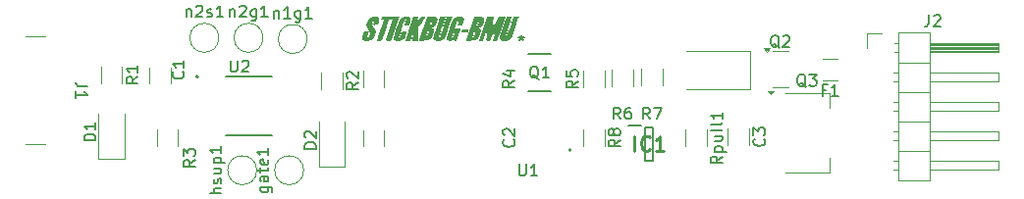
<source format=gbr>
%TF.GenerationSoftware,KiCad,Pcbnew,8.0.5*%
%TF.CreationDate,2024-10-04T19:06:34+02:00*%
%TF.ProjectId,BMU,424d552e-6b69-4636-9164-5f7063625858,rev?*%
%TF.SameCoordinates,Original*%
%TF.FileFunction,Legend,Top*%
%TF.FilePolarity,Positive*%
%FSLAX46Y46*%
G04 Gerber Fmt 4.6, Leading zero omitted, Abs format (unit mm)*
G04 Created by KiCad (PCBNEW 8.0.5) date 2024-10-04 19:06:34*
%MOMM*%
%LPD*%
G01*
G04 APERTURE LIST*
%ADD10C,0.000000*%
%ADD11C,0.150000*%
%ADD12C,0.254000*%
%ADD13C,0.120000*%
%ADD14C,0.200000*%
%ADD15C,0.127000*%
%ADD16C,0.152400*%
G04 APERTURE END LIST*
D10*
G36*
X102569658Y-53058612D02*
G01*
X102612259Y-53058758D01*
X102649672Y-53059063D01*
X102682199Y-53059577D01*
X102696723Y-53059929D01*
X102710139Y-53060353D01*
X102722482Y-53060854D01*
X102733792Y-53061439D01*
X102744105Y-53062115D01*
X102753459Y-53062887D01*
X102761891Y-53063763D01*
X102769440Y-53064748D01*
X102776142Y-53065849D01*
X102782035Y-53067071D01*
X102787157Y-53068423D01*
X102789440Y-53069148D01*
X102791544Y-53069909D01*
X102793475Y-53070704D01*
X102795236Y-53071536D01*
X102796832Y-53072404D01*
X102798268Y-53073310D01*
X102799549Y-53074255D01*
X102800680Y-53075238D01*
X102801664Y-53076262D01*
X102802507Y-53077327D01*
X102803214Y-53078433D01*
X102803789Y-53079581D01*
X102804236Y-53080773D01*
X102804561Y-53082009D01*
X102804769Y-53083289D01*
X102804863Y-53084615D01*
X102804849Y-53085987D01*
X102804731Y-53087407D01*
X102804514Y-53088874D01*
X102804203Y-53090391D01*
X102803316Y-53093572D01*
X102802108Y-53096958D01*
X102800617Y-53100555D01*
X102791626Y-53123127D01*
X102780552Y-53151487D01*
X102769015Y-53182162D01*
X102763580Y-53197283D01*
X102758636Y-53211680D01*
X102733942Y-53280824D01*
X102148683Y-53280824D01*
X102188194Y-53169699D01*
X102225236Y-53058574D01*
X102521569Y-53058574D01*
X102569658Y-53058612D01*
G37*
G36*
X106317723Y-51947438D02*
G01*
X106339880Y-51947768D01*
X106361240Y-51948301D01*
X106381696Y-51949022D01*
X106401139Y-51949917D01*
X106419461Y-51950971D01*
X106436553Y-51952169D01*
X106452307Y-51953498D01*
X106466613Y-51954943D01*
X106479365Y-51956488D01*
X106490452Y-51958121D01*
X106499767Y-51959826D01*
X106507200Y-51961589D01*
X106512644Y-51963395D01*
X106514586Y-51964310D01*
X106515990Y-51965230D01*
X106516843Y-51966154D01*
X106517130Y-51967080D01*
X106493748Y-52044211D01*
X106430082Y-52237793D01*
X106220796Y-52858549D01*
X106136131Y-53109439D01*
X106100827Y-53215093D01*
X106069929Y-53308528D01*
X106043227Y-53390475D01*
X106020511Y-53461663D01*
X106001572Y-53522824D01*
X105986199Y-53574688D01*
X105974184Y-53617987D01*
X105969369Y-53636652D01*
X105965315Y-53653450D01*
X105961996Y-53668472D01*
X105959384Y-53681809D01*
X105957454Y-53693552D01*
X105956180Y-53703794D01*
X105955536Y-53712624D01*
X105955494Y-53720136D01*
X105956030Y-53726419D01*
X105957116Y-53731565D01*
X105958727Y-53735666D01*
X105960836Y-53738813D01*
X105963417Y-53741098D01*
X105966444Y-53742610D01*
X105970343Y-53743883D01*
X105974600Y-53744921D01*
X105979168Y-53745719D01*
X105984000Y-53746276D01*
X105989049Y-53746586D01*
X105994268Y-53746647D01*
X105999610Y-53746455D01*
X106005029Y-53746006D01*
X106010476Y-53745296D01*
X106015905Y-53744323D01*
X106021269Y-53743081D01*
X106026521Y-53741569D01*
X106031613Y-53739781D01*
X106036500Y-53737715D01*
X106041133Y-53735367D01*
X106045466Y-53732733D01*
X106050975Y-53725893D01*
X106059091Y-53711125D01*
X106082701Y-53658958D01*
X106115397Y-53578547D01*
X106156283Y-53472206D01*
X106259035Y-53190998D01*
X106383781Y-52833855D01*
X106680114Y-51959672D01*
X106907302Y-51952263D01*
X106995932Y-51950874D01*
X107068125Y-51950411D01*
X107095814Y-51950527D01*
X107116703Y-51950874D01*
X107129895Y-51951453D01*
X107133323Y-51951829D01*
X107134197Y-51952039D01*
X107134491Y-51952263D01*
X107044356Y-52222050D01*
X106828280Y-52858549D01*
X106740118Y-53116814D01*
X106668423Y-53323538D01*
X106637963Y-53409553D01*
X106610675Y-53485060D01*
X106586245Y-53550850D01*
X106564358Y-53607717D01*
X106544700Y-53656452D01*
X106526955Y-53697847D01*
X106510809Y-53732695D01*
X106495947Y-53761787D01*
X106482054Y-53785917D01*
X106468817Y-53805875D01*
X106455919Y-53822456D01*
X106443047Y-53836449D01*
X106415298Y-53863039D01*
X106385431Y-53887714D01*
X106353643Y-53910485D01*
X106320129Y-53931364D01*
X106285087Y-53950359D01*
X106248713Y-53967482D01*
X106211205Y-53982743D01*
X106172758Y-53996153D01*
X106133570Y-54007721D01*
X106093837Y-54017459D01*
X106053755Y-54025375D01*
X106013522Y-54031482D01*
X105973335Y-54035790D01*
X105933389Y-54038308D01*
X105893882Y-54039047D01*
X105855010Y-54038018D01*
X105816970Y-54035230D01*
X105779959Y-54030696D01*
X105744173Y-54024423D01*
X105709810Y-54016425D01*
X105677065Y-54006709D01*
X105646135Y-53995288D01*
X105617218Y-53982171D01*
X105590510Y-53967368D01*
X105566207Y-53950891D01*
X105544506Y-53932750D01*
X105525604Y-53912954D01*
X105509698Y-53891515D01*
X105496984Y-53868442D01*
X105487659Y-53843747D01*
X105481920Y-53817439D01*
X105479963Y-53789530D01*
X105486012Y-53754644D01*
X105503346Y-53687781D01*
X105567011Y-53473750D01*
X105661236Y-53178690D01*
X105776297Y-52833855D01*
X105985582Y-52216494D01*
X106049247Y-52026810D01*
X106072630Y-51954733D01*
X106073796Y-51954242D01*
X106077216Y-51953705D01*
X106090340Y-51952533D01*
X106138379Y-51950102D01*
X106209106Y-51948135D01*
X106294880Y-51947324D01*
X106317723Y-51947438D01*
G37*
G36*
X104907053Y-52421458D02*
G01*
X104881046Y-52608942D01*
X104860133Y-52767488D01*
X104852310Y-52830628D01*
X104846628Y-52880195D01*
X104843377Y-52914078D01*
X104842754Y-52924477D01*
X104842847Y-52930163D01*
X104843640Y-52931333D01*
X104845082Y-52931160D01*
X104849850Y-52926907D01*
X104866461Y-52903655D01*
X104891638Y-52862403D01*
X104924338Y-52805148D01*
X105008145Y-52650614D01*
X105109546Y-52456030D01*
X105368838Y-51947324D01*
X105675049Y-51947324D01*
X105720346Y-51947387D01*
X105761003Y-51947594D01*
X105797238Y-51947976D01*
X105829274Y-51948559D01*
X105857331Y-51949374D01*
X105869936Y-51949878D01*
X105881629Y-51950450D01*
X105892438Y-51951094D01*
X105902390Y-51951815D01*
X105911512Y-51952615D01*
X105919833Y-51953498D01*
X105927380Y-51954468D01*
X105934180Y-51955529D01*
X105940262Y-51956683D01*
X105945652Y-51957935D01*
X105950378Y-51959289D01*
X105954468Y-51960747D01*
X105957949Y-51962314D01*
X105959470Y-51963139D01*
X105960849Y-51963993D01*
X105962090Y-51964876D01*
X105963196Y-51965788D01*
X105964171Y-51966730D01*
X105965017Y-51967702D01*
X105965739Y-51968705D01*
X105966340Y-51969739D01*
X105966823Y-51970805D01*
X105967192Y-51971903D01*
X105967450Y-51973034D01*
X105967600Y-51974197D01*
X105967647Y-51975394D01*
X105967594Y-51976625D01*
X105967199Y-51979190D01*
X105966444Y-51981897D01*
X105610844Y-53019063D01*
X105270061Y-54021658D01*
X104865072Y-54021658D01*
X105050280Y-53488257D01*
X105121084Y-53278702D01*
X105177765Y-53106420D01*
X105199001Y-53039827D01*
X105214537Y-52989237D01*
X105223648Y-52956879D01*
X105225568Y-52948233D01*
X105225611Y-52944980D01*
X105223176Y-52946874D01*
X105217826Y-52954226D01*
X105198987Y-52984221D01*
X105133007Y-53097777D01*
X105037393Y-53268284D01*
X104921869Y-53478380D01*
X104628005Y-54021658D01*
X104474900Y-54021658D01*
X104457689Y-54021542D01*
X104441273Y-54021199D01*
X104425697Y-54020632D01*
X104411003Y-54019844D01*
X104397235Y-54018839D01*
X104384437Y-54017621D01*
X104372652Y-54016192D01*
X104361923Y-54014558D01*
X104352293Y-54012721D01*
X104343807Y-54010685D01*
X104340006Y-54009593D01*
X104336507Y-54008454D01*
X104333316Y-54007266D01*
X104330437Y-54006031D01*
X104327877Y-54004748D01*
X104325641Y-54003420D01*
X104323733Y-54002045D01*
X104322161Y-54000624D01*
X104320928Y-53999158D01*
X104320041Y-53997647D01*
X104319505Y-53996093D01*
X104319325Y-53994494D01*
X104323260Y-53948037D01*
X104334141Y-53841388D01*
X104350578Y-53690289D01*
X104371183Y-53510483D01*
X104389897Y-53328515D01*
X104397705Y-53245866D01*
X104404212Y-53171551D01*
X104409213Y-53107654D01*
X104412508Y-53056259D01*
X104413892Y-53019449D01*
X104413805Y-53007164D01*
X104413164Y-52999308D01*
X104412471Y-52997255D01*
X104411327Y-52996632D01*
X104407728Y-52999549D01*
X104402458Y-53007805D01*
X104395607Y-53021147D01*
X104377525Y-53062076D01*
X104354205Y-53120310D01*
X104326371Y-53193825D01*
X104294746Y-53280593D01*
X104223016Y-53485788D01*
X104042747Y-54021658D01*
X103872355Y-54021658D01*
X103854977Y-54021544D01*
X103838092Y-54021214D01*
X103821785Y-54020681D01*
X103806143Y-54019960D01*
X103791254Y-54019065D01*
X103777205Y-54018011D01*
X103764081Y-54016813D01*
X103751970Y-54015484D01*
X103740959Y-54014039D01*
X103731134Y-54012494D01*
X103722583Y-54010861D01*
X103715391Y-54009156D01*
X103709647Y-54007393D01*
X103707345Y-54006494D01*
X103705436Y-54005587D01*
X103703933Y-54004672D01*
X103702846Y-54003752D01*
X103702186Y-54002828D01*
X103701964Y-54001902D01*
X104008175Y-53077404D01*
X104381061Y-51976958D01*
X104383360Y-51972962D01*
X104387529Y-51969303D01*
X104393644Y-51965970D01*
X104401781Y-51962951D01*
X104412016Y-51960236D01*
X104424426Y-51957815D01*
X104456070Y-51953807D01*
X104497323Y-51950840D01*
X104548790Y-51948829D01*
X104611081Y-51947686D01*
X104684803Y-51947324D01*
X104978666Y-51947324D01*
X104907053Y-52421458D01*
G37*
G36*
X103640372Y-51947624D02*
G01*
X103699339Y-51948564D01*
X103753214Y-51950206D01*
X103802284Y-51952611D01*
X103846840Y-51955840D01*
X103887172Y-51959956D01*
X103923567Y-51965020D01*
X103940379Y-51967926D01*
X103956316Y-51971093D01*
X103971414Y-51974527D01*
X103985708Y-51978236D01*
X103999236Y-51982229D01*
X104012033Y-51986512D01*
X104024135Y-51991094D01*
X104035579Y-51995982D01*
X104046401Y-52001184D01*
X104056637Y-52006707D01*
X104066323Y-52012559D01*
X104075496Y-52018748D01*
X104084190Y-52025282D01*
X104092444Y-52032168D01*
X104100292Y-52039414D01*
X104107772Y-52047028D01*
X104114918Y-52055016D01*
X104121768Y-52063388D01*
X104133024Y-52079053D01*
X104142711Y-52094714D01*
X104150820Y-52110600D01*
X104157344Y-52126938D01*
X104162277Y-52143956D01*
X104165611Y-52161881D01*
X104167339Y-52180943D01*
X104167454Y-52201368D01*
X104165948Y-52223385D01*
X104162814Y-52247222D01*
X104158045Y-52273106D01*
X104151634Y-52301265D01*
X104143573Y-52331928D01*
X104133856Y-52365321D01*
X104122475Y-52401674D01*
X104109422Y-52441213D01*
X104094295Y-52484449D01*
X104079388Y-52524451D01*
X104064576Y-52561400D01*
X104049731Y-52595476D01*
X104034727Y-52626862D01*
X104019437Y-52655737D01*
X104003734Y-52682282D01*
X103995689Y-52694737D01*
X103987493Y-52706678D01*
X103979131Y-52718128D01*
X103970586Y-52729107D01*
X103961844Y-52739640D01*
X103952887Y-52749749D01*
X103943701Y-52759456D01*
X103934269Y-52768785D01*
X103924576Y-52777757D01*
X103914606Y-52786395D01*
X103904343Y-52794723D01*
X103893770Y-52802761D01*
X103871637Y-52818064D01*
X103848077Y-52832484D01*
X103822966Y-52846202D01*
X103706903Y-52902999D01*
X103790863Y-52969674D01*
X103809960Y-52985582D01*
X103826492Y-53001203D01*
X103840441Y-53017005D01*
X103851789Y-53033455D01*
X103860519Y-53051019D01*
X103866611Y-53070164D01*
X103870048Y-53091356D01*
X103870812Y-53115063D01*
X103868884Y-53141750D01*
X103864248Y-53171884D01*
X103856883Y-53205932D01*
X103846773Y-53244361D01*
X103833900Y-53287637D01*
X103818245Y-53336228D01*
X103778517Y-53451216D01*
X103757867Y-53508607D01*
X103738335Y-53560648D01*
X103719649Y-53607719D01*
X103701539Y-53650199D01*
X103683733Y-53688469D01*
X103665959Y-53722908D01*
X103656999Y-53738809D01*
X103647946Y-53753896D01*
X103638765Y-53768214D01*
X103629423Y-53781813D01*
X103619886Y-53794738D01*
X103610119Y-53807038D01*
X103600090Y-53818761D01*
X103589763Y-53829952D01*
X103579105Y-53840661D01*
X103568082Y-53850935D01*
X103556660Y-53860820D01*
X103544806Y-53870365D01*
X103532485Y-53879617D01*
X103519664Y-53888624D01*
X103492383Y-53906090D01*
X103462694Y-53923144D01*
X103430324Y-53940166D01*
X103385990Y-53961585D01*
X103365776Y-53970438D01*
X103346055Y-53978172D01*
X103326217Y-53984879D01*
X103305656Y-53990650D01*
X103283764Y-53995573D01*
X103259933Y-53999741D01*
X103233555Y-54003243D01*
X103204023Y-54006171D01*
X103133065Y-54010661D01*
X103042198Y-54013936D01*
X102926558Y-54016719D01*
X102873622Y-54017961D01*
X102825793Y-54018899D01*
X102782855Y-54019518D01*
X102744591Y-54019805D01*
X102710783Y-54019745D01*
X102681215Y-54019323D01*
X102655669Y-54018525D01*
X102644337Y-54017980D01*
X102633929Y-54017336D01*
X102624418Y-54016591D01*
X102615777Y-54015742D01*
X102607979Y-54014789D01*
X102600996Y-54013728D01*
X102594802Y-54012560D01*
X102589370Y-54011281D01*
X102584672Y-54009889D01*
X102580681Y-54008384D01*
X102577371Y-54006763D01*
X102574713Y-54005025D01*
X102572681Y-54003167D01*
X102571247Y-54001188D01*
X102570747Y-54000153D01*
X102570385Y-53999086D01*
X102570068Y-53996860D01*
X102570268Y-53994506D01*
X102570958Y-53992024D01*
X102656357Y-53740606D01*
X103120773Y-53740606D01*
X103120964Y-53743497D01*
X103121644Y-53745080D01*
X103122410Y-53745731D01*
X103123316Y-53746297D01*
X103125531Y-53747178D01*
X103128253Y-53747733D01*
X103131445Y-53747974D01*
X103135070Y-53747910D01*
X103139094Y-53747554D01*
X103143479Y-53746916D01*
X103148190Y-53746006D01*
X103153191Y-53744836D01*
X103158444Y-53743416D01*
X103163915Y-53741757D01*
X103169566Y-53739871D01*
X103175363Y-53737767D01*
X103181267Y-53735458D01*
X103187245Y-53732952D01*
X103193258Y-53730263D01*
X103202305Y-53725565D01*
X103211002Y-53719652D01*
X103219460Y-53712292D01*
X103227791Y-53703253D01*
X103236108Y-53692305D01*
X103244523Y-53679215D01*
X103253147Y-53663752D01*
X103262094Y-53645685D01*
X103271474Y-53624781D01*
X103281401Y-53600810D01*
X103303341Y-53542740D01*
X103328812Y-53469621D01*
X103358711Y-53379602D01*
X103374925Y-53330358D01*
X103389338Y-53286149D01*
X103402000Y-53246686D01*
X103412962Y-53211680D01*
X103422274Y-53180841D01*
X103429987Y-53153879D01*
X103433260Y-53141763D01*
X103436152Y-53130507D01*
X103438670Y-53120075D01*
X103440820Y-53110433D01*
X103442608Y-53101542D01*
X103444040Y-53093368D01*
X103445124Y-53085874D01*
X103445865Y-53079024D01*
X103446269Y-53072782D01*
X103446343Y-53067111D01*
X103446094Y-53061976D01*
X103445527Y-53057340D01*
X103444649Y-53053166D01*
X103443466Y-53049420D01*
X103441985Y-53046064D01*
X103440212Y-53043063D01*
X103438152Y-53040380D01*
X103435814Y-53037980D01*
X103433202Y-53035825D01*
X103430324Y-53033880D01*
X103420208Y-53027463D01*
X103411090Y-53022135D01*
X103402869Y-53017944D01*
X103399063Y-53016288D01*
X103395444Y-53014935D01*
X103391998Y-53013888D01*
X103388713Y-53013155D01*
X103385577Y-53012742D01*
X103382576Y-53012653D01*
X103379698Y-53012896D01*
X103376930Y-53013475D01*
X103374260Y-53014397D01*
X103371676Y-53015668D01*
X103369163Y-53017293D01*
X103366710Y-53019278D01*
X103364304Y-53021630D01*
X103361933Y-53024354D01*
X103359583Y-53027456D01*
X103357242Y-53030942D01*
X103354898Y-53034817D01*
X103352537Y-53039089D01*
X103347717Y-53048842D01*
X103342679Y-53060248D01*
X103337323Y-53073354D01*
X103331547Y-53088208D01*
X103280291Y-53234430D01*
X103235894Y-53363435D01*
X103198501Y-53474671D01*
X103168255Y-53567588D01*
X103145301Y-53641638D01*
X103129785Y-53696270D01*
X103124862Y-53716132D01*
X103121851Y-53730934D01*
X103120773Y-53740606D01*
X102656357Y-53740606D01*
X102924089Y-52952388D01*
X102988171Y-52763391D01*
X103455756Y-52763391D01*
X103455824Y-52767733D01*
X103456146Y-52771589D01*
X103456716Y-52774974D01*
X103457533Y-52777903D01*
X103458593Y-52780392D01*
X103459891Y-52782455D01*
X103461424Y-52784109D01*
X103463189Y-52785369D01*
X103465181Y-52786249D01*
X103467398Y-52786767D01*
X103469836Y-52786935D01*
X103473708Y-52786707D01*
X103477895Y-52786034D01*
X103482364Y-52784933D01*
X103487083Y-52783424D01*
X103492019Y-52781524D01*
X103497139Y-52779252D01*
X103502412Y-52776625D01*
X103507803Y-52773662D01*
X103513282Y-52770381D01*
X103518815Y-52766799D01*
X103524369Y-52762935D01*
X103529913Y-52758807D01*
X103535413Y-52754433D01*
X103540837Y-52749831D01*
X103546153Y-52745019D01*
X103551327Y-52740016D01*
X103562356Y-52726170D01*
X103574845Y-52705646D01*
X103588463Y-52679407D01*
X103602877Y-52648415D01*
X103617754Y-52613632D01*
X103632761Y-52576020D01*
X103661835Y-52496158D01*
X103687436Y-52416528D01*
X103698102Y-52379206D01*
X103706902Y-52344828D01*
X103713502Y-52314356D01*
X103717571Y-52288754D01*
X103718774Y-52268983D01*
X103718197Y-52261585D01*
X103716780Y-52256005D01*
X103715010Y-52251954D01*
X103712957Y-52248135D01*
X103710638Y-52244551D01*
X103708074Y-52241203D01*
X103705284Y-52238091D01*
X103702287Y-52235218D01*
X103699103Y-52232584D01*
X103695751Y-52230191D01*
X103692251Y-52228041D01*
X103688622Y-52226135D01*
X103684883Y-52224473D01*
X103681055Y-52223058D01*
X103677156Y-52221891D01*
X103673206Y-52220973D01*
X103669224Y-52220305D01*
X103665230Y-52219889D01*
X103661244Y-52219727D01*
X103657284Y-52219819D01*
X103653370Y-52220167D01*
X103649521Y-52220772D01*
X103645758Y-52221636D01*
X103642099Y-52222760D01*
X103638564Y-52224145D01*
X103635173Y-52225793D01*
X103631944Y-52227705D01*
X103628897Y-52229882D01*
X103626052Y-52232326D01*
X103623428Y-52235039D01*
X103621045Y-52238021D01*
X103618922Y-52241273D01*
X103617078Y-52244798D01*
X103615533Y-52248597D01*
X103603957Y-52280815D01*
X103582195Y-52345214D01*
X103519224Y-52532583D01*
X103507383Y-52567995D01*
X103496845Y-52600232D01*
X103487580Y-52629415D01*
X103479559Y-52655669D01*
X103472753Y-52679115D01*
X103467134Y-52699878D01*
X103464761Y-52709291D01*
X103462673Y-52718079D01*
X103460867Y-52726258D01*
X103459340Y-52733842D01*
X103458088Y-52740848D01*
X103457107Y-52747290D01*
X103456394Y-52753185D01*
X103455945Y-52758546D01*
X103455756Y-52763391D01*
X102988171Y-52763391D01*
X103264872Y-51947324D01*
X103576021Y-51947324D01*
X103640372Y-51947624D01*
G37*
G36*
X101109047Y-52814099D02*
G01*
X100990514Y-53158085D01*
X100886797Y-53450907D01*
X100843968Y-53568510D01*
X100809010Y-53661774D01*
X100783312Y-53726853D01*
X100774370Y-53747620D01*
X100768264Y-53759896D01*
X100749022Y-53789440D01*
X100726640Y-53817403D01*
X100701348Y-53843768D01*
X100673378Y-53868518D01*
X100642962Y-53891635D01*
X100610329Y-53913100D01*
X100575711Y-53932897D01*
X100539339Y-53951008D01*
X100501444Y-53967415D01*
X100462257Y-53982101D01*
X100422010Y-53995048D01*
X100380932Y-54006238D01*
X100339257Y-54015654D01*
X100297213Y-54023277D01*
X100255033Y-54029092D01*
X100212948Y-54033079D01*
X100171188Y-54035221D01*
X100129984Y-54035501D01*
X100089569Y-54033900D01*
X100050172Y-54030402D01*
X100012024Y-54024988D01*
X99975358Y-54017642D01*
X99940404Y-54008344D01*
X99907392Y-53997079D01*
X99876555Y-53983827D01*
X99848123Y-53968572D01*
X99822326Y-53951296D01*
X99799398Y-53931981D01*
X99779567Y-53910610D01*
X99763065Y-53887164D01*
X99750124Y-53861627D01*
X99740975Y-53833980D01*
X99739741Y-53823060D01*
X99740714Y-53806816D01*
X99749541Y-53757427D01*
X99767975Y-53683961D01*
X99796537Y-53584566D01*
X99886132Y-53300580D01*
X100022492Y-52890652D01*
X100235172Y-52258783D01*
X100302735Y-52058951D01*
X100331172Y-51976958D01*
X100333318Y-51973369D01*
X100336998Y-51970012D01*
X100342241Y-51966887D01*
X100349076Y-51963993D01*
X100357531Y-51961331D01*
X100367635Y-51958900D01*
X100379418Y-51956701D01*
X100392908Y-51954733D01*
X100425127Y-51951492D01*
X100464522Y-51949176D01*
X100511326Y-51947787D01*
X100565769Y-51947324D01*
X100610060Y-51947546D01*
X100651544Y-51948173D01*
X100689265Y-51949148D01*
X100722270Y-51950411D01*
X100749603Y-51951906D01*
X100770308Y-51953575D01*
X100777878Y-51954457D01*
X100783432Y-51955360D01*
X100786852Y-51956277D01*
X100787725Y-51956739D01*
X100788019Y-51957202D01*
X100700971Y-52221124D01*
X100491686Y-52838794D01*
X100432491Y-53013425D01*
X100377898Y-53177378D01*
X100329035Y-53326919D01*
X100287031Y-53458315D01*
X100253013Y-53567834D01*
X100228111Y-53651742D01*
X100213454Y-53706307D01*
X100210319Y-53721418D01*
X100210169Y-53727794D01*
X100212191Y-53730695D01*
X100214541Y-53733380D01*
X100217196Y-53735850D01*
X100220138Y-53738105D01*
X100223346Y-53740148D01*
X100226800Y-53741977D01*
X100230478Y-53743595D01*
X100234362Y-53745003D01*
X100238430Y-53746200D01*
X100242662Y-53747189D01*
X100247038Y-53747969D01*
X100251537Y-53748543D01*
X100260825Y-53749072D01*
X100270362Y-53748784D01*
X100279986Y-53747685D01*
X100289534Y-53745784D01*
X100294229Y-53744534D01*
X100298843Y-53743087D01*
X100303357Y-53741442D01*
X100307751Y-53739601D01*
X100312003Y-53737564D01*
X100316094Y-53735333D01*
X100320004Y-53732909D01*
X100323711Y-53730292D01*
X100327195Y-53727483D01*
X100330437Y-53724484D01*
X100333416Y-53721294D01*
X100336111Y-53717916D01*
X100347470Y-53694586D01*
X100369564Y-53638238D01*
X100440754Y-53441647D01*
X100539261Y-53158471D01*
X100654669Y-52819038D01*
X100948533Y-51947324D01*
X101402910Y-51947324D01*
X101109047Y-52814099D01*
G37*
G36*
X99589396Y-51947567D02*
G01*
X99645115Y-51948337D01*
X99696066Y-51949701D01*
X99742557Y-51951723D01*
X99784895Y-51954469D01*
X99823388Y-51958003D01*
X99858343Y-51962391D01*
X99890068Y-51967697D01*
X99904815Y-51970715D01*
X99918870Y-51973988D01*
X99932271Y-51977522D01*
X99945056Y-51981327D01*
X99957265Y-51985411D01*
X99968935Y-51989781D01*
X99980105Y-51994446D01*
X99990813Y-51999414D01*
X100001098Y-52004693D01*
X100010999Y-52010292D01*
X100020553Y-52016217D01*
X100029799Y-52022478D01*
X100038775Y-52029083D01*
X100047521Y-52036040D01*
X100064472Y-52051041D01*
X100077494Y-52064292D01*
X100088776Y-52078219D01*
X100098314Y-52092979D01*
X100106106Y-52108726D01*
X100112146Y-52125616D01*
X100116432Y-52143804D01*
X100118960Y-52163447D01*
X100119726Y-52184700D01*
X100118727Y-52207717D01*
X100115959Y-52232656D01*
X100111419Y-52259671D01*
X100105102Y-52288918D01*
X100097006Y-52320552D01*
X100087127Y-52354730D01*
X100075460Y-52391606D01*
X100062003Y-52431335D01*
X100045471Y-52478965D01*
X100029992Y-52522059D01*
X100015344Y-52560941D01*
X100001308Y-52595939D01*
X99987663Y-52627378D01*
X99974188Y-52655582D01*
X99967445Y-52668573D01*
X99960662Y-52680878D01*
X99953811Y-52692537D01*
X99946865Y-52703592D01*
X99939795Y-52714081D01*
X99932575Y-52724048D01*
X99925177Y-52733531D01*
X99917574Y-52742572D01*
X99909737Y-52751212D01*
X99901639Y-52759491D01*
X99893252Y-52767449D01*
X99884550Y-52775128D01*
X99875504Y-52782569D01*
X99866086Y-52789811D01*
X99846027Y-52803865D01*
X99824153Y-52817614D01*
X99800241Y-52831385D01*
X99789592Y-52837115D01*
X99779409Y-52842724D01*
X99769692Y-52848209D01*
X99760446Y-52853567D01*
X99751671Y-52858792D01*
X99743371Y-52863882D01*
X99735548Y-52868831D01*
X99728203Y-52873636D01*
X99721340Y-52878293D01*
X99714960Y-52882797D01*
X99709065Y-52887145D01*
X99703658Y-52891332D01*
X99698742Y-52895355D01*
X99694318Y-52899209D01*
X99690388Y-52902890D01*
X99686956Y-52906395D01*
X99684023Y-52909718D01*
X99681591Y-52912857D01*
X99679663Y-52915807D01*
X99678240Y-52918564D01*
X99677327Y-52921123D01*
X99677061Y-52922328D01*
X99676923Y-52923481D01*
X99676914Y-52924584D01*
X99677032Y-52925634D01*
X99677280Y-52926633D01*
X99677657Y-52927578D01*
X99678163Y-52928470D01*
X99678798Y-52929308D01*
X99679564Y-52930092D01*
X99680460Y-52930821D01*
X99681486Y-52931495D01*
X99682643Y-52932112D01*
X99685350Y-52933178D01*
X99688583Y-52934014D01*
X99692345Y-52934616D01*
X99696638Y-52934980D01*
X99701464Y-52935102D01*
X99706163Y-52935395D01*
X99710989Y-52936255D01*
X99715924Y-52937660D01*
X99720949Y-52939583D01*
X99726046Y-52942000D01*
X99731198Y-52944885D01*
X99736386Y-52948215D01*
X99741592Y-52951964D01*
X99751986Y-52960620D01*
X99762235Y-52970653D01*
X99772195Y-52981867D01*
X99781720Y-52994060D01*
X99790667Y-53007035D01*
X99798891Y-53020592D01*
X99806246Y-53034533D01*
X99812588Y-53048658D01*
X99817773Y-53062769D01*
X99821656Y-53076666D01*
X99823064Y-53083472D01*
X99824092Y-53090151D01*
X99824722Y-53096676D01*
X99824936Y-53103024D01*
X99823116Y-53125272D01*
X99817899Y-53155182D01*
X99809651Y-53191675D01*
X99798736Y-53233673D01*
X99770372Y-53329875D01*
X99735727Y-53435164D01*
X99697726Y-53540916D01*
X99659290Y-53638508D01*
X99640823Y-53681548D01*
X99623343Y-53719315D01*
X99607217Y-53750729D01*
X99592808Y-53774713D01*
X99586196Y-53783814D01*
X99578459Y-53793461D01*
X99569688Y-53803563D01*
X99559972Y-53814031D01*
X99549403Y-53824774D01*
X99538070Y-53835702D01*
X99526065Y-53846723D01*
X99513477Y-53857748D01*
X99500398Y-53868686D01*
X99486916Y-53879447D01*
X99473124Y-53889941D01*
X99459111Y-53900076D01*
X99444968Y-53909763D01*
X99430785Y-53918910D01*
X99416652Y-53927429D01*
X99402661Y-53935227D01*
X99358814Y-53958986D01*
X99339106Y-53968706D01*
X99319973Y-53977130D01*
X99300739Y-53984369D01*
X99280727Y-53990529D01*
X99259261Y-53995720D01*
X99235665Y-54000050D01*
X99209261Y-54003628D01*
X99179374Y-54006561D01*
X99106443Y-54010931D01*
X99011462Y-54014027D01*
X98889017Y-54016719D01*
X98806252Y-54018817D01*
X98768212Y-54019372D01*
X98732516Y-54019613D01*
X98699250Y-54019549D01*
X98668503Y-54019193D01*
X98640360Y-54018554D01*
X98614908Y-54017645D01*
X98592235Y-54016474D01*
X98572426Y-54015055D01*
X98555569Y-54013396D01*
X98541751Y-54011510D01*
X98531058Y-54009406D01*
X98526911Y-54008276D01*
X98523577Y-54007097D01*
X98521069Y-54005868D01*
X98519396Y-54004591D01*
X98518569Y-54003269D01*
X98518600Y-54001902D01*
X98611129Y-53731382D01*
X99088154Y-53731382D01*
X99088416Y-53735894D01*
X99088995Y-53739747D01*
X99089888Y-53742959D01*
X99091092Y-53745548D01*
X99092600Y-53747530D01*
X99094410Y-53748925D01*
X99096518Y-53749748D01*
X99098920Y-53750019D01*
X99102819Y-53749763D01*
X99107080Y-53749016D01*
X99111660Y-53747805D01*
X99116514Y-53746160D01*
X99121600Y-53744110D01*
X99126874Y-53741684D01*
X99132293Y-53738911D01*
X99137813Y-53735819D01*
X99143391Y-53732438D01*
X99148983Y-53728797D01*
X99154547Y-53724924D01*
X99160038Y-53720848D01*
X99165413Y-53716599D01*
X99170630Y-53712205D01*
X99175643Y-53707696D01*
X99180411Y-53703099D01*
X99192862Y-53686608D01*
X99207676Y-53660299D01*
X99224378Y-53625583D01*
X99242494Y-53583871D01*
X99281074Y-53485103D01*
X99319626Y-53375280D01*
X99354357Y-53265689D01*
X99381478Y-53167616D01*
X99390999Y-53126425D01*
X99397196Y-53092346D01*
X99399595Y-53066789D01*
X99399222Y-53057648D01*
X99397722Y-53051166D01*
X99389749Y-53032988D01*
X99381512Y-53019295D01*
X99377266Y-53014176D01*
X99372920Y-53010232D01*
X99368463Y-53007482D01*
X99363883Y-53005944D01*
X99359169Y-53005636D01*
X99354311Y-53006576D01*
X99349296Y-53008782D01*
X99344113Y-53012272D01*
X99333199Y-53023177D01*
X99321478Y-53039436D01*
X99308860Y-53061193D01*
X99295254Y-53088593D01*
X99280571Y-53121781D01*
X99264719Y-53160902D01*
X99247609Y-53206099D01*
X99229149Y-53257519D01*
X99187819Y-53379602D01*
X99171058Y-53429748D01*
X99155943Y-53475635D01*
X99142442Y-53517407D01*
X99130521Y-53555203D01*
X99120148Y-53589164D01*
X99111291Y-53619432D01*
X99103917Y-53646148D01*
X99097993Y-53669453D01*
X99093488Y-53689488D01*
X99091757Y-53698323D01*
X99090368Y-53706394D01*
X99089317Y-53713717D01*
X99088601Y-53720311D01*
X99088215Y-53726194D01*
X99088154Y-53731382D01*
X98611129Y-53731382D01*
X98874200Y-52962266D01*
X98942335Y-52762241D01*
X99405130Y-52762241D01*
X99405238Y-52765584D01*
X99405560Y-52768666D01*
X99406092Y-52771489D01*
X99406833Y-52774053D01*
X99407777Y-52776358D01*
X99408923Y-52778405D01*
X99410267Y-52780194D01*
X99411805Y-52781726D01*
X99413536Y-52783002D01*
X99415455Y-52784020D01*
X99417559Y-52784783D01*
X99419845Y-52785291D01*
X99422311Y-52785543D01*
X99424953Y-52785541D01*
X99427767Y-52785285D01*
X99430751Y-52784775D01*
X99433901Y-52784011D01*
X99437214Y-52782995D01*
X99444318Y-52780207D01*
X99452037Y-52776413D01*
X99460345Y-52771617D01*
X99469218Y-52765823D01*
X99478630Y-52759034D01*
X99488556Y-52751253D01*
X99498969Y-52742485D01*
X99504729Y-52736688D01*
X99510867Y-52729101D01*
X99524117Y-52709027D01*
X99538395Y-52683217D01*
X99553374Y-52652621D01*
X99568730Y-52618190D01*
X99584136Y-52580877D01*
X99599267Y-52541631D01*
X99613798Y-52501406D01*
X99627403Y-52461151D01*
X99639756Y-52421819D01*
X99650533Y-52384361D01*
X99659406Y-52349728D01*
X99666051Y-52318871D01*
X99670142Y-52292743D01*
X99671354Y-52272293D01*
X99670778Y-52264495D01*
X99669361Y-52258474D01*
X99662237Y-52242304D01*
X99654737Y-52229936D01*
X99650837Y-52225190D01*
X99646832Y-52221409D01*
X99642719Y-52218599D01*
X99638493Y-52216764D01*
X99634151Y-52215909D01*
X99629691Y-52216040D01*
X99625107Y-52217161D01*
X99620397Y-52219277D01*
X99615556Y-52222393D01*
X99610581Y-52226514D01*
X99600217Y-52237793D01*
X99589273Y-52253151D01*
X99577721Y-52272630D01*
X99565533Y-52296269D01*
X99552680Y-52324107D01*
X99539132Y-52356186D01*
X99524860Y-52392543D01*
X99509836Y-52433219D01*
X99494030Y-52478255D01*
X99476030Y-52530972D01*
X99459304Y-52580968D01*
X99444198Y-52627145D01*
X99431059Y-52668402D01*
X99420236Y-52703640D01*
X99412075Y-52731759D01*
X99406924Y-52751659D01*
X99405586Y-52758184D01*
X99405130Y-52762241D01*
X98942335Y-52762241D01*
X99219922Y-51947324D01*
X99528603Y-51947324D01*
X99589396Y-51947567D01*
G37*
G36*
X98269370Y-51947438D02*
G01*
X98291146Y-51947768D01*
X98312176Y-51948301D01*
X98332350Y-51949022D01*
X98351554Y-51949917D01*
X98369676Y-51950971D01*
X98386604Y-51952169D01*
X98402227Y-51953498D01*
X98416432Y-51954943D01*
X98429107Y-51956488D01*
X98440139Y-51958121D01*
X98449417Y-51959826D01*
X98456828Y-51961589D01*
X98462261Y-51963395D01*
X98464200Y-51964310D01*
X98465603Y-51965230D01*
X98466455Y-51966154D01*
X98466742Y-51967080D01*
X98464726Y-51976707D01*
X98458947Y-51997331D01*
X98437726Y-52066475D01*
X98406317Y-52164327D01*
X98367963Y-52280699D01*
X98348237Y-52339522D01*
X98330073Y-52394757D01*
X98313877Y-52445130D01*
X98300054Y-52489367D01*
X98289009Y-52526197D01*
X98281147Y-52554345D01*
X98278537Y-52564765D01*
X98276874Y-52572537D01*
X98276210Y-52577503D01*
X98276268Y-52578883D01*
X98276594Y-52579502D01*
X98278082Y-52578747D01*
X98281548Y-52574737D01*
X98293996Y-52557586D01*
X98338022Y-52491219D01*
X98401957Y-52390590D01*
X98479089Y-52265883D01*
X98676644Y-51947324D01*
X98881608Y-51947324D01*
X98922214Y-51947551D01*
X98960129Y-51948212D01*
X98994513Y-51949278D01*
X99024527Y-51950720D01*
X99037634Y-51951573D01*
X99049333Y-51952509D01*
X99059520Y-51953525D01*
X99068090Y-51954617D01*
X99074938Y-51955781D01*
X99079960Y-51957014D01*
X99081753Y-51957655D01*
X99083049Y-51958312D01*
X99083837Y-51958984D01*
X99084103Y-51959672D01*
X99078059Y-51971845D01*
X99060759Y-52001498D01*
X98997364Y-52105369D01*
X98790239Y-52436274D01*
X98496375Y-52898060D01*
X98479089Y-53391949D01*
X98472761Y-53588926D01*
X98465507Y-53760205D01*
X98461822Y-53830493D01*
X98458253Y-53887497D01*
X98454915Y-53928933D01*
X98451925Y-53952513D01*
X98437108Y-54021658D01*
X97948158Y-54021658D01*
X97960505Y-53930288D01*
X97971661Y-53849173D01*
X97982614Y-53762443D01*
X97992931Y-53674440D01*
X98002177Y-53589505D01*
X98009918Y-53511978D01*
X98015721Y-53446200D01*
X98019150Y-53396512D01*
X98019772Y-53367255D01*
X98019459Y-53363107D01*
X98019072Y-53361731D01*
X98018538Y-53360811D01*
X98017858Y-53360340D01*
X98017038Y-53360310D01*
X98014988Y-53361544D01*
X98012417Y-53364457D01*
X98009354Y-53368991D01*
X98005829Y-53375088D01*
X98001869Y-53382689D01*
X97992763Y-53402174D01*
X97982267Y-53426984D01*
X97970615Y-53456656D01*
X97958036Y-53490727D01*
X97897226Y-53665132D01*
X97834564Y-53841388D01*
X97770358Y-54021658D01*
X97550578Y-54021658D01*
X97506393Y-54021431D01*
X97465189Y-54020770D01*
X97427863Y-54019704D01*
X97395311Y-54018262D01*
X97368432Y-54016473D01*
X97357400Y-54015457D01*
X97348122Y-54014365D01*
X97340710Y-54013201D01*
X97335278Y-54011968D01*
X97333339Y-54011327D01*
X97331936Y-54010670D01*
X97331084Y-54009998D01*
X97330797Y-54009310D01*
X97351556Y-53943214D01*
X97407967Y-53773170D01*
X97592558Y-53224027D01*
X97803696Y-52606049D01*
X97940750Y-52199208D01*
X98027180Y-51947324D01*
X98246961Y-51947324D01*
X98269370Y-51947438D01*
G37*
G36*
X96582555Y-52668402D02*
G01*
X96234364Y-53700630D01*
X96128178Y-54009310D01*
X95898519Y-54016719D01*
X95866697Y-54017527D01*
X95837830Y-54018088D01*
X95811806Y-54018390D01*
X95788513Y-54018416D01*
X95767840Y-54018154D01*
X95758450Y-54017909D01*
X95749673Y-54017587D01*
X95741494Y-54017185D01*
X95733900Y-54016702D01*
X95726877Y-54016135D01*
X95720411Y-54015484D01*
X95714487Y-54014746D01*
X95709092Y-54013919D01*
X95704211Y-54013002D01*
X95699831Y-54011992D01*
X95695937Y-54010888D01*
X95692516Y-54009689D01*
X95689553Y-54008392D01*
X95687035Y-54006995D01*
X95684947Y-54005497D01*
X95683276Y-54003896D01*
X95682592Y-54003057D01*
X95682007Y-54002191D01*
X95681519Y-54001298D01*
X95681126Y-54000378D01*
X95680828Y-53999431D01*
X95680620Y-53998457D01*
X95680475Y-53996425D01*
X95680675Y-53994282D01*
X95681209Y-53992024D01*
X96034339Y-52952388D01*
X96377592Y-51947324D01*
X96829500Y-51947324D01*
X96582555Y-52668402D01*
G37*
G36*
X96278814Y-52001652D02*
G01*
X96267748Y-52037030D01*
X96257539Y-52068327D01*
X96247945Y-52095804D01*
X96238724Y-52119722D01*
X96234177Y-52130428D01*
X96229633Y-52140341D01*
X96225061Y-52149495D01*
X96220430Y-52157922D01*
X96215711Y-52165654D01*
X96210872Y-52172724D01*
X96205885Y-52179165D01*
X96200718Y-52185008D01*
X96195341Y-52190288D01*
X96189724Y-52195036D01*
X96183837Y-52199284D01*
X96177649Y-52203066D01*
X96171130Y-52206414D01*
X96164249Y-52209360D01*
X96156978Y-52211938D01*
X96149284Y-52214179D01*
X96141138Y-52216116D01*
X96132510Y-52217782D01*
X96113684Y-52220429D01*
X96092566Y-52222383D01*
X96068911Y-52223902D01*
X95942970Y-52231310D01*
X95639228Y-53120310D01*
X95337956Y-54009310D01*
X95113236Y-54016719D01*
X95024606Y-54018108D01*
X94952414Y-54018571D01*
X94924724Y-54018455D01*
X94903835Y-54018108D01*
X94890644Y-54017529D01*
X94887215Y-54017153D01*
X94886342Y-54016943D01*
X94886047Y-54016719D01*
X94973095Y-53754957D01*
X95182381Y-53137596D01*
X95297441Y-52796119D01*
X95391666Y-52513444D01*
X95455331Y-52318744D01*
X95472666Y-52263500D01*
X95478714Y-52241188D01*
X95478570Y-52240038D01*
X95478144Y-52238904D01*
X95477442Y-52237787D01*
X95476471Y-52236688D01*
X95473749Y-52234552D01*
X95470032Y-52232507D01*
X95465375Y-52230562D01*
X95459831Y-52228730D01*
X95453456Y-52227021D01*
X95446302Y-52225446D01*
X95438426Y-52224015D01*
X95429880Y-52222740D01*
X95420719Y-52221631D01*
X95410997Y-52220700D01*
X95400769Y-52219956D01*
X95390089Y-52219412D01*
X95379011Y-52219077D01*
X95367589Y-52218963D01*
X95356167Y-52218850D01*
X95345089Y-52218520D01*
X95334409Y-52217987D01*
X95324181Y-52217266D01*
X95314459Y-52216371D01*
X95305298Y-52215317D01*
X95296752Y-52214118D01*
X95288875Y-52212790D01*
X95281722Y-52211345D01*
X95275346Y-52209799D01*
X95269803Y-52208167D01*
X95265146Y-52206462D01*
X95263166Y-52205587D01*
X95261429Y-52204699D01*
X95259940Y-52203800D01*
X95258707Y-52202893D01*
X95257736Y-52201978D01*
X95257034Y-52201057D01*
X95256608Y-52200133D01*
X95256464Y-52199208D01*
X95256663Y-52196353D01*
X95257250Y-52192460D01*
X95259512Y-52181806D01*
X95263105Y-52167737D01*
X95267885Y-52150745D01*
X95273707Y-52131322D01*
X95280425Y-52109960D01*
X95287896Y-52087152D01*
X95295975Y-52063388D01*
X95335486Y-51947324D01*
X96296100Y-51947324D01*
X96278814Y-52001652D01*
G37*
G36*
X102025615Y-51932506D02*
G01*
X102062253Y-51934051D01*
X102098196Y-51936899D01*
X102133104Y-51941030D01*
X102166638Y-51946428D01*
X102198458Y-51953073D01*
X102228223Y-51960949D01*
X102255593Y-51970036D01*
X102280228Y-51980318D01*
X102301789Y-51991774D01*
X102323989Y-52005338D01*
X102343383Y-52019367D01*
X102359999Y-52034157D01*
X102373865Y-52049999D01*
X102379777Y-52058407D01*
X102385012Y-52067187D01*
X102389574Y-52076377D01*
X102393467Y-52086014D01*
X102396694Y-52096133D01*
X102399259Y-52106772D01*
X102402418Y-52129755D01*
X102402973Y-52155255D01*
X102400952Y-52183566D01*
X102396385Y-52214981D01*
X102389300Y-52249793D01*
X102379726Y-52288294D01*
X102367692Y-52330778D01*
X102353228Y-52377538D01*
X102336361Y-52428866D01*
X102252400Y-52675810D01*
X102052375Y-52683219D01*
X102031788Y-52684002D01*
X102011769Y-52684506D01*
X101992423Y-52684743D01*
X101973854Y-52684724D01*
X101956168Y-52684458D01*
X101939470Y-52683957D01*
X101923864Y-52683231D01*
X101909456Y-52682293D01*
X101896349Y-52681151D01*
X101884650Y-52679818D01*
X101874463Y-52678305D01*
X101865893Y-52676621D01*
X101859045Y-52674778D01*
X101856299Y-52673800D01*
X101854023Y-52672786D01*
X101852230Y-52671738D01*
X101850934Y-52670657D01*
X101850146Y-52669545D01*
X101849880Y-52668402D01*
X101851115Y-52660208D01*
X101854665Y-52645444D01*
X101860298Y-52624950D01*
X101867784Y-52599566D01*
X101887385Y-52537483D01*
X101899038Y-52502462D01*
X101911616Y-52465908D01*
X101924668Y-52426916D01*
X101936045Y-52392196D01*
X101945751Y-52361506D01*
X101949979Y-52347596D01*
X101953790Y-52334603D01*
X101957185Y-52322496D01*
X101960164Y-52311245D01*
X101962728Y-52300820D01*
X101964878Y-52291190D01*
X101966614Y-52282325D01*
X101967935Y-52274195D01*
X101968844Y-52266769D01*
X101969340Y-52260018D01*
X101969423Y-52253910D01*
X101969094Y-52248416D01*
X101968354Y-52243506D01*
X101967830Y-52241260D01*
X101967203Y-52239148D01*
X101966473Y-52237167D01*
X101965641Y-52235313D01*
X101964706Y-52233582D01*
X101963669Y-52231971D01*
X101962530Y-52230475D01*
X101961288Y-52229090D01*
X101959944Y-52227814D01*
X101958497Y-52226642D01*
X101956948Y-52225570D01*
X101955298Y-52224595D01*
X101951690Y-52222919D01*
X101947674Y-52221584D01*
X101943251Y-52220560D01*
X101938421Y-52219816D01*
X101933184Y-52219322D01*
X101927542Y-52219048D01*
X101921494Y-52218963D01*
X101918499Y-52219043D01*
X101915532Y-52219281D01*
X101912595Y-52219677D01*
X101909687Y-52220232D01*
X101906807Y-52220943D01*
X101903957Y-52221812D01*
X101898343Y-52224018D01*
X101892845Y-52226846D01*
X101887462Y-52230293D01*
X101882195Y-52234354D01*
X101877044Y-52239027D01*
X101872009Y-52244308D01*
X101867089Y-52250193D01*
X101862285Y-52256678D01*
X101857597Y-52263760D01*
X101853025Y-52271436D01*
X101848568Y-52279701D01*
X101844227Y-52288552D01*
X101840002Y-52297985D01*
X101743540Y-52568621D01*
X101579476Y-53048079D01*
X101424673Y-53509942D01*
X101374763Y-53663521D01*
X101355991Y-53727794D01*
X101356247Y-53730695D01*
X101356997Y-53733380D01*
X101358213Y-53735850D01*
X101359869Y-53738105D01*
X101361937Y-53740148D01*
X101364391Y-53741977D01*
X101367202Y-53743595D01*
X101370345Y-53745003D01*
X101373791Y-53746200D01*
X101377515Y-53747189D01*
X101381487Y-53747969D01*
X101385683Y-53748543D01*
X101394632Y-53749072D01*
X101404146Y-53748784D01*
X101414006Y-53747685D01*
X101423998Y-53745784D01*
X101433902Y-53743087D01*
X101443502Y-53739601D01*
X101448121Y-53737564D01*
X101452582Y-53735333D01*
X101456859Y-53732909D01*
X101460924Y-53730292D01*
X101464750Y-53727483D01*
X101468310Y-53724484D01*
X101471578Y-53721294D01*
X101474525Y-53717916D01*
X101479500Y-53709651D01*
X101486775Y-53694746D01*
X101506782Y-53648771D01*
X101531650Y-53587518D01*
X101558486Y-53518508D01*
X101584396Y-53449267D01*
X101606485Y-53387319D01*
X101621862Y-53340187D01*
X101626128Y-53324529D01*
X101627630Y-53315396D01*
X101627580Y-53314933D01*
X101627431Y-53314471D01*
X101627186Y-53314011D01*
X101626849Y-53313554D01*
X101625905Y-53312651D01*
X101624620Y-53311769D01*
X101623018Y-53310917D01*
X101621119Y-53310101D01*
X101618945Y-53309328D01*
X101616518Y-53308606D01*
X101613859Y-53307941D01*
X101610990Y-53307342D01*
X101607934Y-53306815D01*
X101604711Y-53306368D01*
X101601343Y-53306007D01*
X101597852Y-53305741D01*
X101594260Y-53305575D01*
X101590588Y-53305519D01*
X101582370Y-53305148D01*
X101575314Y-53303942D01*
X101569422Y-53301759D01*
X101566914Y-53300257D01*
X101564698Y-53298458D01*
X101562775Y-53296344D01*
X101561146Y-53293898D01*
X101559811Y-53291102D01*
X101558770Y-53287938D01*
X101557574Y-53280438D01*
X101557560Y-53271255D01*
X101558732Y-53260249D01*
X101561095Y-53247279D01*
X101564652Y-53232204D01*
X101569405Y-53214882D01*
X101575360Y-53195173D01*
X101582519Y-53172936D01*
X101600466Y-53120310D01*
X101644916Y-52996838D01*
X101874575Y-52989430D01*
X101920939Y-52988846D01*
X101964902Y-52988928D01*
X102005450Y-52989647D01*
X102041571Y-52990973D01*
X102072251Y-52992878D01*
X102085234Y-52994039D01*
X102096477Y-52995333D01*
X102105854Y-52996758D01*
X102113238Y-52998309D01*
X102118502Y-52999983D01*
X102120299Y-53000865D01*
X102121519Y-53001777D01*
X102122458Y-53006217D01*
X102121625Y-53015653D01*
X102114959Y-53048426D01*
X102102159Y-53097926D01*
X102083860Y-53161982D01*
X102033314Y-53325081D01*
X101968414Y-53520360D01*
X101793083Y-54021658D01*
X101686897Y-54021658D01*
X101672654Y-54021541D01*
X101659540Y-54021185D01*
X101653397Y-54020915D01*
X101647526Y-54020583D01*
X101641922Y-54020188D01*
X101636582Y-54019728D01*
X101631503Y-54019204D01*
X101626680Y-54018613D01*
X101622111Y-54017955D01*
X101617791Y-54017230D01*
X101613717Y-54016436D01*
X101609886Y-54015572D01*
X101606293Y-54014638D01*
X101602936Y-54013632D01*
X101599810Y-54012554D01*
X101596912Y-54011402D01*
X101594238Y-54010177D01*
X101591785Y-54008876D01*
X101589549Y-54007500D01*
X101587526Y-54006046D01*
X101585713Y-54004515D01*
X101584106Y-54002905D01*
X101582702Y-54001216D01*
X101581497Y-53999446D01*
X101580487Y-53997594D01*
X101579669Y-53995661D01*
X101579039Y-53993644D01*
X101578594Y-53991543D01*
X101578329Y-53989357D01*
X101578241Y-53987085D01*
X101577771Y-53976203D01*
X101577175Y-53971281D01*
X101576331Y-53966703D01*
X101575235Y-53962469D01*
X101573879Y-53958577D01*
X101572259Y-53955027D01*
X101570370Y-53951819D01*
X101568206Y-53948950D01*
X101565761Y-53946420D01*
X101563031Y-53944229D01*
X101560010Y-53942375D01*
X101556692Y-53940857D01*
X101553072Y-53939675D01*
X101549144Y-53938828D01*
X101544904Y-53938314D01*
X101540345Y-53938133D01*
X101535462Y-53938284D01*
X101524704Y-53939577D01*
X101512586Y-53942188D01*
X101499065Y-53946108D01*
X101484096Y-53951330D01*
X101467637Y-53957847D01*
X101449644Y-53965652D01*
X101430075Y-53974738D01*
X101401522Y-53987877D01*
X101374126Y-53999519D01*
X101347773Y-54009671D01*
X101322345Y-54018339D01*
X101297728Y-54025532D01*
X101273805Y-54031256D01*
X101250461Y-54035518D01*
X101227580Y-54038326D01*
X101205047Y-54039688D01*
X101182745Y-54039609D01*
X101160558Y-54038098D01*
X101138372Y-54035162D01*
X101116070Y-54030808D01*
X101093536Y-54025043D01*
X101070655Y-54017875D01*
X101047311Y-54009310D01*
X101025974Y-54000907D01*
X101006382Y-53992318D01*
X100988482Y-53983477D01*
X100972224Y-53974314D01*
X100964696Y-53969590D01*
X100957558Y-53964760D01*
X100950807Y-53959815D01*
X100944434Y-53954746D01*
X100938433Y-53949546D01*
X100932799Y-53944205D01*
X100927525Y-53938714D01*
X100922604Y-53933066D01*
X100918031Y-53927252D01*
X100913798Y-53921262D01*
X100909900Y-53915089D01*
X100906331Y-53908724D01*
X100903083Y-53902158D01*
X100900151Y-53895383D01*
X100897528Y-53888389D01*
X100895209Y-53881169D01*
X100893185Y-53873714D01*
X100891453Y-53866016D01*
X100890004Y-53858065D01*
X100888832Y-53849853D01*
X100887297Y-53832612D01*
X100886797Y-53814224D01*
X100892497Y-53781674D01*
X100908665Y-53720974D01*
X100966822Y-53531241D01*
X101147323Y-52991282D01*
X101338937Y-52452249D01*
X101410985Y-52263674D01*
X101436182Y-52203726D01*
X101452299Y-52172044D01*
X101466921Y-52152621D01*
X101482106Y-52134153D01*
X101497900Y-52116611D01*
X101514344Y-52099967D01*
X101531483Y-52084190D01*
X101549360Y-52069253D01*
X101568019Y-52055126D01*
X101587502Y-52041781D01*
X101607853Y-52029187D01*
X101629116Y-52017318D01*
X101651333Y-52006142D01*
X101674550Y-51995633D01*
X101698808Y-51985760D01*
X101724151Y-51976495D01*
X101750623Y-51967808D01*
X101778266Y-51959672D01*
X101810245Y-51951595D01*
X101843909Y-51944947D01*
X101878919Y-51939709D01*
X101914935Y-51935865D01*
X101951616Y-51933395D01*
X101988623Y-51932281D01*
X102025615Y-51932506D01*
G37*
G36*
X97510979Y-51929050D02*
G01*
X97548108Y-51933125D01*
X97583617Y-51939226D01*
X97617340Y-51947324D01*
X97649108Y-51957390D01*
X97664208Y-51963152D01*
X97678757Y-51969395D01*
X97692735Y-51976115D01*
X97706120Y-51983310D01*
X97718892Y-51990974D01*
X97731030Y-51999106D01*
X97742514Y-52007700D01*
X97753322Y-52016753D01*
X97763433Y-52026263D01*
X97772828Y-52036224D01*
X97784919Y-52051496D01*
X97795246Y-52066953D01*
X97803778Y-52082894D01*
X97810487Y-52099620D01*
X97815344Y-52117431D01*
X97818320Y-52136628D01*
X97819385Y-52157510D01*
X97818512Y-52180378D01*
X97815672Y-52205533D01*
X97810834Y-52233274D01*
X97803971Y-52263901D01*
X97795053Y-52297715D01*
X97784051Y-52335017D01*
X97770937Y-52376106D01*
X97738255Y-52470847D01*
X97669111Y-52663463D01*
X97259183Y-52663463D01*
X97330797Y-52463438D01*
X97346033Y-52423199D01*
X97360083Y-52384609D01*
X97372686Y-52348624D01*
X97383581Y-52316198D01*
X97392509Y-52288286D01*
X97399208Y-52265844D01*
X97403419Y-52249827D01*
X97404510Y-52244525D01*
X97404881Y-52241188D01*
X97404802Y-52240038D01*
X97404568Y-52238904D01*
X97404183Y-52237787D01*
X97403651Y-52236688D01*
X97402976Y-52235610D01*
X97402162Y-52234552D01*
X97400135Y-52232507D01*
X97397601Y-52230562D01*
X97394593Y-52228730D01*
X97391144Y-52227021D01*
X97387286Y-52225446D01*
X97383052Y-52224015D01*
X97378474Y-52222740D01*
X97373585Y-52221631D01*
X97368418Y-52220700D01*
X97363004Y-52219956D01*
X97357378Y-52219412D01*
X97351570Y-52219077D01*
X97345614Y-52218963D01*
X97337535Y-52219200D01*
X97329944Y-52219928D01*
X97322808Y-52221177D01*
X97319402Y-52222006D01*
X97316096Y-52222976D01*
X97312889Y-52224091D01*
X97309775Y-52225354D01*
X97306751Y-52226769D01*
X97303812Y-52228339D01*
X97300954Y-52230069D01*
X97298174Y-52231962D01*
X97295467Y-52234020D01*
X97292830Y-52236249D01*
X97290257Y-52238652D01*
X97287745Y-52241232D01*
X97285291Y-52243992D01*
X97282889Y-52246937D01*
X97278228Y-52253396D01*
X97273730Y-52260635D01*
X97269362Y-52268685D01*
X97265092Y-52277574D01*
X97260886Y-52287331D01*
X97256714Y-52297985D01*
X97138605Y-52638962D01*
X96982297Y-53107037D01*
X96845898Y-53525569D01*
X96803325Y-53661056D01*
X96787519Y-53717916D01*
X96787577Y-53719963D01*
X96787750Y-53721938D01*
X96788038Y-53723839D01*
X96788441Y-53725667D01*
X96788957Y-53727420D01*
X96789587Y-53729099D01*
X96790329Y-53730703D01*
X96791185Y-53732231D01*
X96792152Y-53733683D01*
X96793232Y-53735059D01*
X96794422Y-53736358D01*
X96795724Y-53737580D01*
X96797135Y-53738724D01*
X96798657Y-53739789D01*
X96800288Y-53740776D01*
X96802027Y-53741684D01*
X96803876Y-53742513D01*
X96805832Y-53743261D01*
X96810068Y-53744516D01*
X96814730Y-53745445D01*
X96819815Y-53746044D01*
X96825320Y-53746312D01*
X96831241Y-53746242D01*
X96837574Y-53745833D01*
X96844317Y-53745080D01*
X96852438Y-53743219D01*
X96860209Y-53740266D01*
X96867741Y-53735997D01*
X96875146Y-53730186D01*
X96882537Y-53722610D01*
X96890026Y-53713045D01*
X96897724Y-53701265D01*
X96905744Y-53687048D01*
X96914199Y-53670168D01*
X96923199Y-53650402D01*
X96943287Y-53601312D01*
X96966906Y-53537984D01*
X96994953Y-53458624D01*
X97088792Y-53182047D01*
X97283878Y-53182047D01*
X97311300Y-53182136D01*
X97336218Y-53182418D01*
X97358735Y-53182909D01*
X97378951Y-53183629D01*
X97388228Y-53184079D01*
X97396968Y-53184594D01*
X97405183Y-53185174D01*
X97412887Y-53185823D01*
X97420091Y-53186542D01*
X97426809Y-53187335D01*
X97433053Y-53188202D01*
X97438835Y-53189146D01*
X97444169Y-53190170D01*
X97449068Y-53191276D01*
X97453543Y-53192466D01*
X97457607Y-53193743D01*
X97461273Y-53195108D01*
X97464555Y-53196564D01*
X97467463Y-53198113D01*
X97470012Y-53199757D01*
X97472213Y-53201499D01*
X97474080Y-53203341D01*
X97475625Y-53205285D01*
X97476861Y-53207334D01*
X97477800Y-53209490D01*
X97478455Y-53211754D01*
X97478839Y-53214130D01*
X97478964Y-53216619D01*
X97476984Y-53231198D01*
X97471348Y-53254659D01*
X97450912Y-53323229D01*
X97421274Y-53412346D01*
X97386051Y-53512026D01*
X97348860Y-53612284D01*
X97313318Y-53703138D01*
X97283043Y-53774602D01*
X97271011Y-53799943D01*
X97261653Y-53816693D01*
X97250419Y-53831153D01*
X97234638Y-53846597D01*
X97214799Y-53862793D01*
X97191389Y-53879510D01*
X97164898Y-53896516D01*
X97135812Y-53913581D01*
X97104622Y-53930471D01*
X97071814Y-53946957D01*
X97037878Y-53962806D01*
X97003302Y-53977786D01*
X96968573Y-53991667D01*
X96934181Y-54004217D01*
X96900614Y-54015204D01*
X96868360Y-54024397D01*
X96837907Y-54031564D01*
X96809745Y-54036474D01*
X96781233Y-54039408D01*
X96751467Y-54040849D01*
X96720752Y-54040864D01*
X96689398Y-54039522D01*
X96657710Y-54036893D01*
X96625998Y-54033045D01*
X96594567Y-54028046D01*
X96563726Y-54021966D01*
X96533782Y-54014873D01*
X96505043Y-54006836D01*
X96477816Y-53997924D01*
X96452408Y-53988204D01*
X96429128Y-53977747D01*
X96408281Y-53966621D01*
X96390177Y-53954894D01*
X96382249Y-53948827D01*
X96375122Y-53942635D01*
X96368380Y-53936011D01*
X96362047Y-53929111D01*
X96356126Y-53921951D01*
X96350621Y-53914546D01*
X96345535Y-53906908D01*
X96340873Y-53899054D01*
X96336638Y-53890997D01*
X96332833Y-53882751D01*
X96329462Y-53874333D01*
X96326529Y-53865755D01*
X96324038Y-53857032D01*
X96321991Y-53848179D01*
X96320392Y-53839210D01*
X96319246Y-53830141D01*
X96318556Y-53820984D01*
X96318325Y-53811755D01*
X96323253Y-53781638D01*
X96337261Y-53726048D01*
X96387855Y-53552540D01*
X96546749Y-53054870D01*
X96720459Y-52544235D01*
X96789574Y-52354522D01*
X96834439Y-52246127D01*
X96844049Y-52229110D01*
X96855984Y-52210696D01*
X96869909Y-52191227D01*
X96885487Y-52171041D01*
X96902382Y-52150478D01*
X96920257Y-52129880D01*
X96938776Y-52109585D01*
X96957603Y-52089935D01*
X96976400Y-52071268D01*
X96994832Y-52053925D01*
X97012563Y-52038246D01*
X97029255Y-52024572D01*
X97044573Y-52013241D01*
X97058179Y-52004594D01*
X97064236Y-52001384D01*
X97069739Y-51998972D01*
X97074645Y-51997401D01*
X97078914Y-51996713D01*
X97127994Y-51984675D01*
X97170939Y-51973446D01*
X97194886Y-51966834D01*
X97219672Y-51959672D01*
X97263487Y-51948757D01*
X97306845Y-51940070D01*
X97349582Y-51933583D01*
X97391530Y-51929267D01*
X97432523Y-51927091D01*
X97472395Y-51927029D01*
X97510979Y-51929050D01*
G37*
G36*
X94774213Y-51934061D02*
G01*
X94820318Y-51938089D01*
X94864748Y-51944238D01*
X94906950Y-51952412D01*
X94946370Y-51962517D01*
X94982455Y-51974461D01*
X94999074Y-51981092D01*
X95014651Y-51988147D01*
X95029118Y-51995615D01*
X95042406Y-52003484D01*
X95054444Y-52011741D01*
X95065164Y-52020376D01*
X95074497Y-52029375D01*
X95082374Y-52038729D01*
X95088725Y-52048424D01*
X95093481Y-52058449D01*
X95098514Y-52073085D01*
X95102490Y-52088367D01*
X95105396Y-52104424D01*
X95107217Y-52121382D01*
X95107938Y-52139366D01*
X95107545Y-52158505D01*
X95106023Y-52178925D01*
X95103358Y-52200751D01*
X95099536Y-52224111D01*
X95094542Y-52249132D01*
X95088361Y-52275940D01*
X95080979Y-52304661D01*
X95062555Y-52368350D01*
X95039153Y-52441213D01*
X94967539Y-52651116D01*
X94767514Y-52658524D01*
X94746927Y-52659307D01*
X94726908Y-52659812D01*
X94707562Y-52660049D01*
X94688993Y-52660029D01*
X94671308Y-52659763D01*
X94654609Y-52659262D01*
X94639003Y-52658537D01*
X94624595Y-52657598D01*
X94611489Y-52656457D01*
X94599790Y-52655124D01*
X94589602Y-52653610D01*
X94581032Y-52651926D01*
X94574184Y-52650083D01*
X94571438Y-52649105D01*
X94569163Y-52648092D01*
X94567370Y-52647044D01*
X94566073Y-52645963D01*
X94565285Y-52644850D01*
X94565020Y-52643708D01*
X94566254Y-52635513D01*
X94569804Y-52620749D01*
X94575438Y-52600256D01*
X94582923Y-52574872D01*
X94602524Y-52512789D01*
X94614177Y-52477768D01*
X94626756Y-52441213D01*
X94651879Y-52367853D01*
X94661759Y-52338173D01*
X94669855Y-52312725D01*
X94673236Y-52301486D01*
X94676172Y-52291184D01*
X94678664Y-52281776D01*
X94680712Y-52273224D01*
X94682317Y-52265485D01*
X94683480Y-52258519D01*
X94684200Y-52252286D01*
X94684479Y-52246745D01*
X94684316Y-52241854D01*
X94683713Y-52237575D01*
X94682669Y-52233864D01*
X94681982Y-52232210D01*
X94681185Y-52230683D01*
X94680278Y-52229279D01*
X94679261Y-52227991D01*
X94678135Y-52226815D01*
X94676899Y-52225746D01*
X94674098Y-52223908D01*
X94670858Y-52222436D01*
X94667182Y-52221290D01*
X94663067Y-52220428D01*
X94658516Y-52219811D01*
X94653529Y-52219397D01*
X94642247Y-52219018D01*
X94629225Y-52218963D01*
X94622997Y-52219259D01*
X94616816Y-52220140D01*
X94610688Y-52221600D01*
X94604618Y-52223632D01*
X94598608Y-52226228D01*
X94592665Y-52229381D01*
X94580994Y-52237330D01*
X94569641Y-52247420D01*
X94558643Y-52259593D01*
X94548036Y-52273793D01*
X94537856Y-52289960D01*
X94528138Y-52308037D01*
X94518920Y-52327966D01*
X94510237Y-52349689D01*
X94502126Y-52373149D01*
X94494622Y-52398287D01*
X94487763Y-52425046D01*
X94481583Y-52453367D01*
X94476120Y-52483194D01*
X94473342Y-52503321D01*
X94471610Y-52522319D01*
X94471101Y-52540623D01*
X94471991Y-52558666D01*
X94474459Y-52576883D01*
X94478681Y-52595708D01*
X94484834Y-52615574D01*
X94493097Y-52636917D01*
X94503646Y-52660169D01*
X94516658Y-52685765D01*
X94532311Y-52714140D01*
X94550782Y-52745727D01*
X94596886Y-52820273D01*
X94656389Y-52912877D01*
X94681719Y-52953437D01*
X94704032Y-52991142D01*
X94723379Y-53026438D01*
X94739810Y-53059770D01*
X94753376Y-53091583D01*
X94764128Y-53122322D01*
X94772117Y-53152431D01*
X94775090Y-53167388D01*
X94777392Y-53182355D01*
X94779028Y-53197387D01*
X94780005Y-53212540D01*
X94780006Y-53243431D01*
X94777446Y-53275471D01*
X94772376Y-53309107D01*
X94764846Y-53344783D01*
X94754906Y-53382944D01*
X94742609Y-53424036D01*
X94728003Y-53468502D01*
X94711139Y-53517964D01*
X94694723Y-53563696D01*
X94678626Y-53605905D01*
X94662717Y-53644797D01*
X94646866Y-53680578D01*
X94630942Y-53713455D01*
X94614816Y-53743632D01*
X94598357Y-53771318D01*
X94589962Y-53784290D01*
X94581435Y-53796717D01*
X94572760Y-53808624D01*
X94563920Y-53820036D01*
X94554899Y-53830980D01*
X94545681Y-53841482D01*
X94536250Y-53851566D01*
X94526589Y-53861259D01*
X94516682Y-53870587D01*
X94506513Y-53879576D01*
X94496065Y-53888250D01*
X94485322Y-53896637D01*
X94462887Y-53912649D01*
X94439078Y-53927819D01*
X94408425Y-53945764D01*
X94376746Y-53962108D01*
X94344172Y-53976871D01*
X94310836Y-53990071D01*
X94276868Y-54001728D01*
X94242401Y-54011862D01*
X94207565Y-54020493D01*
X94172494Y-54027638D01*
X94137317Y-54033319D01*
X94102167Y-54037554D01*
X94067175Y-54040363D01*
X94032473Y-54041765D01*
X93998193Y-54041780D01*
X93964465Y-54040427D01*
X93931422Y-54037726D01*
X93899196Y-54033696D01*
X93867917Y-54028356D01*
X93837717Y-54021727D01*
X93808728Y-54013827D01*
X93781082Y-54004675D01*
X93754910Y-53994292D01*
X93730343Y-53982697D01*
X93707514Y-53969909D01*
X93686553Y-53955947D01*
X93667593Y-53940832D01*
X93650765Y-53924582D01*
X93636201Y-53907217D01*
X93624031Y-53888756D01*
X93614388Y-53869219D01*
X93607404Y-53848626D01*
X93603209Y-53826995D01*
X93601936Y-53804346D01*
X93602420Y-53796070D01*
X93603841Y-53785252D01*
X93609306Y-53756694D01*
X93617954Y-53720091D01*
X93629409Y-53676861D01*
X93643295Y-53628423D01*
X93659235Y-53576193D01*
X93676854Y-53521590D01*
X93695775Y-53466033D01*
X93787145Y-53194394D01*
X93992108Y-53186985D01*
X94032714Y-53185471D01*
X94070629Y-53184593D01*
X94105013Y-53184294D01*
X94135028Y-53184516D01*
X94159833Y-53185201D01*
X94170020Y-53185699D01*
X94178590Y-53186291D01*
X94185438Y-53186970D01*
X94190460Y-53187728D01*
X94193550Y-53188559D01*
X94194337Y-53188999D01*
X94194603Y-53189455D01*
X94193040Y-53195672D01*
X94188584Y-53210021D01*
X94172378Y-53259525D01*
X94120520Y-53416644D01*
X94102783Y-53470354D01*
X94087549Y-53518619D01*
X94074832Y-53561611D01*
X94069423Y-53581182D01*
X94064648Y-53599498D01*
X94060510Y-53616581D01*
X94057011Y-53632452D01*
X94054152Y-53647131D01*
X94051935Y-53660641D01*
X94050361Y-53673002D01*
X94049434Y-53684237D01*
X94049154Y-53694365D01*
X94049523Y-53703408D01*
X94050543Y-53711388D01*
X94052217Y-53718325D01*
X94054545Y-53724242D01*
X94055955Y-53726824D01*
X94057530Y-53729159D01*
X94059269Y-53731249D01*
X94061172Y-53733097D01*
X94063241Y-53734706D01*
X94065476Y-53736078D01*
X94067875Y-53737216D01*
X94070441Y-53738123D01*
X94073172Y-53738801D01*
X94076070Y-53739253D01*
X94082364Y-53739490D01*
X94089326Y-53738855D01*
X94096957Y-53737369D01*
X94105259Y-53735052D01*
X94114234Y-53731928D01*
X94123884Y-53728016D01*
X94134210Y-53723338D01*
X94145214Y-53717916D01*
X94152157Y-53713782D01*
X94159085Y-53708805D01*
X94165985Y-53703010D01*
X94172841Y-53696424D01*
X94179639Y-53689070D01*
X94186365Y-53680975D01*
X94193004Y-53672164D01*
X94199542Y-53662662D01*
X94205964Y-53652494D01*
X94212256Y-53641686D01*
X94218403Y-53630263D01*
X94224391Y-53618251D01*
X94230205Y-53605674D01*
X94235831Y-53592558D01*
X94241255Y-53578928D01*
X94246461Y-53564810D01*
X94259351Y-53526698D01*
X94270167Y-53491658D01*
X94278806Y-53459171D01*
X94285162Y-53428721D01*
X94289131Y-53399790D01*
X94290607Y-53371861D01*
X94290378Y-53358110D01*
X94289487Y-53344417D01*
X94287920Y-53330715D01*
X94285664Y-53316940D01*
X94282706Y-53303028D01*
X94279034Y-53288913D01*
X94269492Y-53259819D01*
X94256933Y-53229141D01*
X94241252Y-53196362D01*
X94222345Y-53160963D01*
X94200106Y-53122428D01*
X94174431Y-53080239D01*
X94145214Y-53033880D01*
X94115224Y-52985591D01*
X94086796Y-52937880D01*
X94060568Y-52892022D01*
X94037176Y-52849289D01*
X94017256Y-52810955D01*
X94001446Y-52778292D01*
X93995281Y-52764486D01*
X93990382Y-52752575D01*
X93986828Y-52742719D01*
X93984700Y-52735077D01*
X93982840Y-52718588D01*
X93983591Y-52696463D01*
X93986730Y-52669433D01*
X93992031Y-52638229D01*
X93999272Y-52603580D01*
X94008227Y-52566219D01*
X94030385Y-52486281D01*
X94056710Y-52404258D01*
X94070874Y-52364293D01*
X94085407Y-52325998D01*
X94100085Y-52290106D01*
X94114684Y-52257346D01*
X94128978Y-52228449D01*
X94142745Y-52204147D01*
X94156368Y-52183170D01*
X94171283Y-52162851D01*
X94187450Y-52143212D01*
X94204828Y-52124275D01*
X94223378Y-52106062D01*
X94243061Y-52088594D01*
X94263836Y-52071893D01*
X94285664Y-52055980D01*
X94308504Y-52040877D01*
X94332318Y-52026607D01*
X94357065Y-52013190D01*
X94382705Y-52000649D01*
X94409199Y-51989005D01*
X94436507Y-51978279D01*
X94464589Y-51968494D01*
X94493406Y-51959672D01*
X94515431Y-51953998D01*
X94537937Y-51949006D01*
X94584114Y-51941025D01*
X94631384Y-51935634D01*
X94679193Y-51932739D01*
X94726987Y-51932246D01*
X94774213Y-51934061D01*
G37*
D11*
X81479007Y-67202787D02*
X80479007Y-67202787D01*
X81479007Y-66774216D02*
X80955197Y-66774216D01*
X80955197Y-66774216D02*
X80859959Y-66821835D01*
X80859959Y-66821835D02*
X80812340Y-66917073D01*
X80812340Y-66917073D02*
X80812340Y-67059930D01*
X80812340Y-67059930D02*
X80859959Y-67155168D01*
X80859959Y-67155168D02*
X80907578Y-67202787D01*
X81431388Y-66345644D02*
X81479007Y-66250406D01*
X81479007Y-66250406D02*
X81479007Y-66059930D01*
X81479007Y-66059930D02*
X81431388Y-65964692D01*
X81431388Y-65964692D02*
X81336149Y-65917073D01*
X81336149Y-65917073D02*
X81288530Y-65917073D01*
X81288530Y-65917073D02*
X81193292Y-65964692D01*
X81193292Y-65964692D02*
X81145673Y-66059930D01*
X81145673Y-66059930D02*
X81145673Y-66202787D01*
X81145673Y-66202787D02*
X81098054Y-66298025D01*
X81098054Y-66298025D02*
X81002816Y-66345644D01*
X81002816Y-66345644D02*
X80955197Y-66345644D01*
X80955197Y-66345644D02*
X80859959Y-66298025D01*
X80859959Y-66298025D02*
X80812340Y-66202787D01*
X80812340Y-66202787D02*
X80812340Y-66059930D01*
X80812340Y-66059930D02*
X80859959Y-65964692D01*
X80812340Y-65059930D02*
X81479007Y-65059930D01*
X80812340Y-65488501D02*
X81336149Y-65488501D01*
X81336149Y-65488501D02*
X81431388Y-65440882D01*
X81431388Y-65440882D02*
X81479007Y-65345644D01*
X81479007Y-65345644D02*
X81479007Y-65202787D01*
X81479007Y-65202787D02*
X81431388Y-65107549D01*
X81431388Y-65107549D02*
X81383768Y-65059930D01*
X80812340Y-64583739D02*
X81812340Y-64583739D01*
X80859959Y-64583739D02*
X80812340Y-64488501D01*
X80812340Y-64488501D02*
X80812340Y-64298025D01*
X80812340Y-64298025D02*
X80859959Y-64202787D01*
X80859959Y-64202787D02*
X80907578Y-64155168D01*
X80907578Y-64155168D02*
X81002816Y-64107549D01*
X81002816Y-64107549D02*
X81288530Y-64107549D01*
X81288530Y-64107549D02*
X81383768Y-64155168D01*
X81383768Y-64155168D02*
X81431388Y-64202787D01*
X81431388Y-64202787D02*
X81479007Y-64298025D01*
X81479007Y-64298025D02*
X81479007Y-64488501D01*
X81479007Y-64488501D02*
X81431388Y-64583739D01*
X81479007Y-63155168D02*
X81479007Y-63726596D01*
X81479007Y-63440882D02*
X80479007Y-63440882D01*
X80479007Y-63440882D02*
X80621864Y-63536120D01*
X80621864Y-63536120D02*
X80717102Y-63631358D01*
X80717102Y-63631358D02*
X80764721Y-63726596D01*
X84862340Y-66631359D02*
X85671864Y-66631359D01*
X85671864Y-66631359D02*
X85767102Y-66678978D01*
X85767102Y-66678978D02*
X85814721Y-66726597D01*
X85814721Y-66726597D02*
X85862340Y-66821835D01*
X85862340Y-66821835D02*
X85862340Y-66964692D01*
X85862340Y-66964692D02*
X85814721Y-67059930D01*
X85481388Y-66631359D02*
X85529007Y-66726597D01*
X85529007Y-66726597D02*
X85529007Y-66917073D01*
X85529007Y-66917073D02*
X85481388Y-67012311D01*
X85481388Y-67012311D02*
X85433768Y-67059930D01*
X85433768Y-67059930D02*
X85338530Y-67107549D01*
X85338530Y-67107549D02*
X85052816Y-67107549D01*
X85052816Y-67107549D02*
X84957578Y-67059930D01*
X84957578Y-67059930D02*
X84909959Y-67012311D01*
X84909959Y-67012311D02*
X84862340Y-66917073D01*
X84862340Y-66917073D02*
X84862340Y-66726597D01*
X84862340Y-66726597D02*
X84909959Y-66631359D01*
X85529007Y-65726597D02*
X85005197Y-65726597D01*
X85005197Y-65726597D02*
X84909959Y-65774216D01*
X84909959Y-65774216D02*
X84862340Y-65869454D01*
X84862340Y-65869454D02*
X84862340Y-66059930D01*
X84862340Y-66059930D02*
X84909959Y-66155168D01*
X85481388Y-65726597D02*
X85529007Y-65821835D01*
X85529007Y-65821835D02*
X85529007Y-66059930D01*
X85529007Y-66059930D02*
X85481388Y-66155168D01*
X85481388Y-66155168D02*
X85386149Y-66202787D01*
X85386149Y-66202787D02*
X85290911Y-66202787D01*
X85290911Y-66202787D02*
X85195673Y-66155168D01*
X85195673Y-66155168D02*
X85148054Y-66059930D01*
X85148054Y-66059930D02*
X85148054Y-65821835D01*
X85148054Y-65821835D02*
X85100435Y-65726597D01*
X84862340Y-65393263D02*
X84862340Y-65012311D01*
X84529007Y-65250406D02*
X85386149Y-65250406D01*
X85386149Y-65250406D02*
X85481388Y-65202787D01*
X85481388Y-65202787D02*
X85529007Y-65107549D01*
X85529007Y-65107549D02*
X85529007Y-65012311D01*
X85481388Y-64298025D02*
X85529007Y-64393263D01*
X85529007Y-64393263D02*
X85529007Y-64583739D01*
X85529007Y-64583739D02*
X85481388Y-64678977D01*
X85481388Y-64678977D02*
X85386149Y-64726596D01*
X85386149Y-64726596D02*
X85005197Y-64726596D01*
X85005197Y-64726596D02*
X84909959Y-64678977D01*
X84909959Y-64678977D02*
X84862340Y-64583739D01*
X84862340Y-64583739D02*
X84862340Y-64393263D01*
X84862340Y-64393263D02*
X84909959Y-64298025D01*
X84909959Y-64298025D02*
X85005197Y-64250406D01*
X85005197Y-64250406D02*
X85100435Y-64250406D01*
X85100435Y-64250406D02*
X85195673Y-64726596D01*
X85529007Y-63298025D02*
X85529007Y-63869453D01*
X85529007Y-63583739D02*
X84529007Y-63583739D01*
X84529007Y-63583739D02*
X84671864Y-63678977D01*
X84671864Y-63678977D02*
X84767102Y-63774215D01*
X84767102Y-63774215D02*
X84814721Y-63869453D01*
X69945180Y-57961666D02*
X69230895Y-57961666D01*
X69230895Y-57961666D02*
X69088038Y-57914047D01*
X69088038Y-57914047D02*
X68992800Y-57818809D01*
X68992800Y-57818809D02*
X68945180Y-57675952D01*
X68945180Y-57675952D02*
X68945180Y-57580714D01*
X68945180Y-58961666D02*
X68945180Y-58390238D01*
X68945180Y-58675952D02*
X69945180Y-58675952D01*
X69945180Y-58675952D02*
X69802323Y-58580714D01*
X69802323Y-58580714D02*
X69707085Y-58485476D01*
X69707085Y-58485476D02*
X69659466Y-58390238D01*
X89634819Y-63338094D02*
X88634819Y-63338094D01*
X88634819Y-63338094D02*
X88634819Y-63099999D01*
X88634819Y-63099999D02*
X88682438Y-62957142D01*
X88682438Y-62957142D02*
X88777676Y-62861904D01*
X88777676Y-62861904D02*
X88872914Y-62814285D01*
X88872914Y-62814285D02*
X89063390Y-62766666D01*
X89063390Y-62766666D02*
X89206247Y-62766666D01*
X89206247Y-62766666D02*
X89396723Y-62814285D01*
X89396723Y-62814285D02*
X89491961Y-62861904D01*
X89491961Y-62861904D02*
X89587200Y-62957142D01*
X89587200Y-62957142D02*
X89634819Y-63099999D01*
X89634819Y-63099999D02*
X89634819Y-63338094D01*
X88730057Y-62385713D02*
X88682438Y-62338094D01*
X88682438Y-62338094D02*
X88634819Y-62242856D01*
X88634819Y-62242856D02*
X88634819Y-62004761D01*
X88634819Y-62004761D02*
X88682438Y-61909523D01*
X88682438Y-61909523D02*
X88730057Y-61861904D01*
X88730057Y-61861904D02*
X88825295Y-61814285D01*
X88825295Y-61814285D02*
X88920533Y-61814285D01*
X88920533Y-61814285D02*
X89063390Y-61861904D01*
X89063390Y-61861904D02*
X89634819Y-62433332D01*
X89634819Y-62433332D02*
X89634819Y-61814285D01*
X118427010Y-60779819D02*
X118093677Y-60303628D01*
X117855582Y-60779819D02*
X117855582Y-59779819D01*
X117855582Y-59779819D02*
X118236534Y-59779819D01*
X118236534Y-59779819D02*
X118331772Y-59827438D01*
X118331772Y-59827438D02*
X118379391Y-59875057D01*
X118379391Y-59875057D02*
X118427010Y-59970295D01*
X118427010Y-59970295D02*
X118427010Y-60113152D01*
X118427010Y-60113152D02*
X118379391Y-60208390D01*
X118379391Y-60208390D02*
X118331772Y-60256009D01*
X118331772Y-60256009D02*
X118236534Y-60303628D01*
X118236534Y-60303628D02*
X117855582Y-60303628D01*
X118760344Y-59779819D02*
X119427010Y-59779819D01*
X119427010Y-59779819D02*
X118998439Y-60779819D01*
X142481666Y-51794819D02*
X142481666Y-52509104D01*
X142481666Y-52509104D02*
X142434047Y-52651961D01*
X142434047Y-52651961D02*
X142338809Y-52747200D01*
X142338809Y-52747200D02*
X142195952Y-52794819D01*
X142195952Y-52794819D02*
X142100714Y-52794819D01*
X142910238Y-51890057D02*
X142957857Y-51842438D01*
X142957857Y-51842438D02*
X143053095Y-51794819D01*
X143053095Y-51794819D02*
X143291190Y-51794819D01*
X143291190Y-51794819D02*
X143386428Y-51842438D01*
X143386428Y-51842438D02*
X143434047Y-51890057D01*
X143434047Y-51890057D02*
X143481666Y-51985295D01*
X143481666Y-51985295D02*
X143481666Y-52080533D01*
X143481666Y-52080533D02*
X143434047Y-52223390D01*
X143434047Y-52223390D02*
X142862619Y-52794819D01*
X142862619Y-52794819D02*
X143481666Y-52794819D01*
X115871545Y-62572843D02*
X115395354Y-62906176D01*
X115871545Y-63144271D02*
X114871545Y-63144271D01*
X114871545Y-63144271D02*
X114871545Y-62763319D01*
X114871545Y-62763319D02*
X114919164Y-62668081D01*
X114919164Y-62668081D02*
X114966783Y-62620462D01*
X114966783Y-62620462D02*
X115062021Y-62572843D01*
X115062021Y-62572843D02*
X115204878Y-62572843D01*
X115204878Y-62572843D02*
X115300116Y-62620462D01*
X115300116Y-62620462D02*
X115347735Y-62668081D01*
X115347735Y-62668081D02*
X115395354Y-62763319D01*
X115395354Y-62763319D02*
X115395354Y-63144271D01*
X115300116Y-62001414D02*
X115252497Y-62096652D01*
X115252497Y-62096652D02*
X115204878Y-62144271D01*
X115204878Y-62144271D02*
X115109640Y-62191890D01*
X115109640Y-62191890D02*
X115062021Y-62191890D01*
X115062021Y-62191890D02*
X114966783Y-62144271D01*
X114966783Y-62144271D02*
X114919164Y-62096652D01*
X114919164Y-62096652D02*
X114871545Y-62001414D01*
X114871545Y-62001414D02*
X114871545Y-61810938D01*
X114871545Y-61810938D02*
X114919164Y-61715700D01*
X114919164Y-61715700D02*
X114966783Y-61668081D01*
X114966783Y-61668081D02*
X115062021Y-61620462D01*
X115062021Y-61620462D02*
X115109640Y-61620462D01*
X115109640Y-61620462D02*
X115204878Y-61668081D01*
X115204878Y-61668081D02*
X115252497Y-61715700D01*
X115252497Y-61715700D02*
X115300116Y-61810938D01*
X115300116Y-61810938D02*
X115300116Y-62001414D01*
X115300116Y-62001414D02*
X115347735Y-62096652D01*
X115347735Y-62096652D02*
X115395354Y-62144271D01*
X115395354Y-62144271D02*
X115490592Y-62191890D01*
X115490592Y-62191890D02*
X115681068Y-62191890D01*
X115681068Y-62191890D02*
X115776306Y-62144271D01*
X115776306Y-62144271D02*
X115823926Y-62096652D01*
X115823926Y-62096652D02*
X115871545Y-62001414D01*
X115871545Y-62001414D02*
X115871545Y-61810938D01*
X115871545Y-61810938D02*
X115823926Y-61715700D01*
X115823926Y-61715700D02*
X115776306Y-61668081D01*
X115776306Y-61668081D02*
X115681068Y-61620462D01*
X115681068Y-61620462D02*
X115490592Y-61620462D01*
X115490592Y-61620462D02*
X115395354Y-61668081D01*
X115395354Y-61668081D02*
X115347735Y-61715700D01*
X115347735Y-61715700D02*
X115300116Y-61810938D01*
X106683257Y-62562389D02*
X106730877Y-62610008D01*
X106730877Y-62610008D02*
X106778496Y-62752865D01*
X106778496Y-62752865D02*
X106778496Y-62848103D01*
X106778496Y-62848103D02*
X106730877Y-62990960D01*
X106730877Y-62990960D02*
X106635638Y-63086198D01*
X106635638Y-63086198D02*
X106540400Y-63133817D01*
X106540400Y-63133817D02*
X106349924Y-63181436D01*
X106349924Y-63181436D02*
X106207067Y-63181436D01*
X106207067Y-63181436D02*
X106016591Y-63133817D01*
X106016591Y-63133817D02*
X105921353Y-63086198D01*
X105921353Y-63086198D02*
X105826115Y-62990960D01*
X105826115Y-62990960D02*
X105778496Y-62848103D01*
X105778496Y-62848103D02*
X105778496Y-62752865D01*
X105778496Y-62752865D02*
X105826115Y-62610008D01*
X105826115Y-62610008D02*
X105873734Y-62562389D01*
X105873734Y-62181436D02*
X105826115Y-62133817D01*
X105826115Y-62133817D02*
X105778496Y-62038579D01*
X105778496Y-62038579D02*
X105778496Y-61800484D01*
X105778496Y-61800484D02*
X105826115Y-61705246D01*
X105826115Y-61705246D02*
X105873734Y-61657627D01*
X105873734Y-61657627D02*
X105968972Y-61610008D01*
X105968972Y-61610008D02*
X106064210Y-61610008D01*
X106064210Y-61610008D02*
X106207067Y-61657627D01*
X106207067Y-61657627D02*
X106778496Y-62229055D01*
X106778496Y-62229055D02*
X106778496Y-61610008D01*
X106748496Y-57469889D02*
X106272305Y-57803222D01*
X106748496Y-58041317D02*
X105748496Y-58041317D01*
X105748496Y-58041317D02*
X105748496Y-57660365D01*
X105748496Y-57660365D02*
X105796115Y-57565127D01*
X105796115Y-57565127D02*
X105843734Y-57517508D01*
X105843734Y-57517508D02*
X105938972Y-57469889D01*
X105938972Y-57469889D02*
X106081829Y-57469889D01*
X106081829Y-57469889D02*
X106177067Y-57517508D01*
X106177067Y-57517508D02*
X106224686Y-57565127D01*
X106224686Y-57565127D02*
X106272305Y-57660365D01*
X106272305Y-57660365D02*
X106272305Y-58041317D01*
X106081829Y-56612746D02*
X106748496Y-56612746D01*
X105700877Y-56850841D02*
X106415162Y-57088936D01*
X106415162Y-57088936D02*
X106415162Y-56469889D01*
X112231545Y-57492843D02*
X111755354Y-57826176D01*
X112231545Y-58064271D02*
X111231545Y-58064271D01*
X111231545Y-58064271D02*
X111231545Y-57683319D01*
X111231545Y-57683319D02*
X111279164Y-57588081D01*
X111279164Y-57588081D02*
X111326783Y-57540462D01*
X111326783Y-57540462D02*
X111422021Y-57492843D01*
X111422021Y-57492843D02*
X111564878Y-57492843D01*
X111564878Y-57492843D02*
X111660116Y-57540462D01*
X111660116Y-57540462D02*
X111707735Y-57588081D01*
X111707735Y-57588081D02*
X111755354Y-57683319D01*
X111755354Y-57683319D02*
X111755354Y-58064271D01*
X111231545Y-56588081D02*
X111231545Y-57064271D01*
X111231545Y-57064271D02*
X111707735Y-57111890D01*
X111707735Y-57111890D02*
X111660116Y-57064271D01*
X111660116Y-57064271D02*
X111612497Y-56969033D01*
X111612497Y-56969033D02*
X111612497Y-56730938D01*
X111612497Y-56730938D02*
X111660116Y-56635700D01*
X111660116Y-56635700D02*
X111707735Y-56588081D01*
X111707735Y-56588081D02*
X111802973Y-56540462D01*
X111802973Y-56540462D02*
X112041068Y-56540462D01*
X112041068Y-56540462D02*
X112136306Y-56588081D01*
X112136306Y-56588081D02*
X112183926Y-56635700D01*
X112183926Y-56635700D02*
X112231545Y-56730938D01*
X112231545Y-56730938D02*
X112231545Y-56969033D01*
X112231545Y-56969033D02*
X112183926Y-57064271D01*
X112183926Y-57064271D02*
X112136306Y-57111890D01*
X82200952Y-51301490D02*
X82200952Y-51968157D01*
X82200952Y-51396728D02*
X82248571Y-51349109D01*
X82248571Y-51349109D02*
X82343809Y-51301490D01*
X82343809Y-51301490D02*
X82486666Y-51301490D01*
X82486666Y-51301490D02*
X82581904Y-51349109D01*
X82581904Y-51349109D02*
X82629523Y-51444347D01*
X82629523Y-51444347D02*
X82629523Y-51968157D01*
X83058095Y-51063395D02*
X83105714Y-51015776D01*
X83105714Y-51015776D02*
X83200952Y-50968157D01*
X83200952Y-50968157D02*
X83439047Y-50968157D01*
X83439047Y-50968157D02*
X83534285Y-51015776D01*
X83534285Y-51015776D02*
X83581904Y-51063395D01*
X83581904Y-51063395D02*
X83629523Y-51158633D01*
X83629523Y-51158633D02*
X83629523Y-51253871D01*
X83629523Y-51253871D02*
X83581904Y-51396728D01*
X83581904Y-51396728D02*
X83010476Y-51968157D01*
X83010476Y-51968157D02*
X83629523Y-51968157D01*
X84486666Y-51301490D02*
X84486666Y-52111014D01*
X84486666Y-52111014D02*
X84439047Y-52206252D01*
X84439047Y-52206252D02*
X84391428Y-52253871D01*
X84391428Y-52253871D02*
X84296190Y-52301490D01*
X84296190Y-52301490D02*
X84153333Y-52301490D01*
X84153333Y-52301490D02*
X84058095Y-52253871D01*
X84486666Y-51920538D02*
X84391428Y-51968157D01*
X84391428Y-51968157D02*
X84200952Y-51968157D01*
X84200952Y-51968157D02*
X84105714Y-51920538D01*
X84105714Y-51920538D02*
X84058095Y-51872918D01*
X84058095Y-51872918D02*
X84010476Y-51777680D01*
X84010476Y-51777680D02*
X84010476Y-51491966D01*
X84010476Y-51491966D02*
X84058095Y-51396728D01*
X84058095Y-51396728D02*
X84105714Y-51349109D01*
X84105714Y-51349109D02*
X84200952Y-51301490D01*
X84200952Y-51301490D02*
X84391428Y-51301490D01*
X84391428Y-51301490D02*
X84486666Y-51349109D01*
X85486666Y-51968157D02*
X84915238Y-51968157D01*
X85200952Y-51968157D02*
X85200952Y-50968157D01*
X85200952Y-50968157D02*
X85105714Y-51111014D01*
X85105714Y-51111014D02*
X85010476Y-51206252D01*
X85010476Y-51206252D02*
X84915238Y-51253871D01*
X74274819Y-57129166D02*
X73798628Y-57462499D01*
X74274819Y-57700594D02*
X73274819Y-57700594D01*
X73274819Y-57700594D02*
X73274819Y-57319642D01*
X73274819Y-57319642D02*
X73322438Y-57224404D01*
X73322438Y-57224404D02*
X73370057Y-57176785D01*
X73370057Y-57176785D02*
X73465295Y-57129166D01*
X73465295Y-57129166D02*
X73608152Y-57129166D01*
X73608152Y-57129166D02*
X73703390Y-57176785D01*
X73703390Y-57176785D02*
X73751009Y-57224404D01*
X73751009Y-57224404D02*
X73798628Y-57319642D01*
X73798628Y-57319642D02*
X73798628Y-57700594D01*
X74274819Y-56176785D02*
X74274819Y-56748213D01*
X74274819Y-56462499D02*
X73274819Y-56462499D01*
X73274819Y-56462499D02*
X73417676Y-56557737D01*
X73417676Y-56557737D02*
X73512914Y-56652975D01*
X73512914Y-56652975D02*
X73560533Y-56748213D01*
X79194819Y-64301666D02*
X78718628Y-64634999D01*
X79194819Y-64873094D02*
X78194819Y-64873094D01*
X78194819Y-64873094D02*
X78194819Y-64492142D01*
X78194819Y-64492142D02*
X78242438Y-64396904D01*
X78242438Y-64396904D02*
X78290057Y-64349285D01*
X78290057Y-64349285D02*
X78385295Y-64301666D01*
X78385295Y-64301666D02*
X78528152Y-64301666D01*
X78528152Y-64301666D02*
X78623390Y-64349285D01*
X78623390Y-64349285D02*
X78671009Y-64396904D01*
X78671009Y-64396904D02*
X78718628Y-64492142D01*
X78718628Y-64492142D02*
X78718628Y-64873094D01*
X78194819Y-63968332D02*
X78194819Y-63349285D01*
X78194819Y-63349285D02*
X78575771Y-63682618D01*
X78575771Y-63682618D02*
X78575771Y-63539761D01*
X78575771Y-63539761D02*
X78623390Y-63444523D01*
X78623390Y-63444523D02*
X78671009Y-63396904D01*
X78671009Y-63396904D02*
X78766247Y-63349285D01*
X78766247Y-63349285D02*
X79004342Y-63349285D01*
X79004342Y-63349285D02*
X79099580Y-63396904D01*
X79099580Y-63396904D02*
X79147200Y-63444523D01*
X79147200Y-63444523D02*
X79194819Y-63539761D01*
X79194819Y-63539761D02*
X79194819Y-63825475D01*
X79194819Y-63825475D02*
X79147200Y-63920713D01*
X79147200Y-63920713D02*
X79099580Y-63968332D01*
X78438571Y-51301490D02*
X78438571Y-51968157D01*
X78438571Y-51396728D02*
X78486190Y-51349109D01*
X78486190Y-51349109D02*
X78581428Y-51301490D01*
X78581428Y-51301490D02*
X78724285Y-51301490D01*
X78724285Y-51301490D02*
X78819523Y-51349109D01*
X78819523Y-51349109D02*
X78867142Y-51444347D01*
X78867142Y-51444347D02*
X78867142Y-51968157D01*
X79295714Y-51063395D02*
X79343333Y-51015776D01*
X79343333Y-51015776D02*
X79438571Y-50968157D01*
X79438571Y-50968157D02*
X79676666Y-50968157D01*
X79676666Y-50968157D02*
X79771904Y-51015776D01*
X79771904Y-51015776D02*
X79819523Y-51063395D01*
X79819523Y-51063395D02*
X79867142Y-51158633D01*
X79867142Y-51158633D02*
X79867142Y-51253871D01*
X79867142Y-51253871D02*
X79819523Y-51396728D01*
X79819523Y-51396728D02*
X79248095Y-51968157D01*
X79248095Y-51968157D02*
X79867142Y-51968157D01*
X80248095Y-51920538D02*
X80343333Y-51968157D01*
X80343333Y-51968157D02*
X80533809Y-51968157D01*
X80533809Y-51968157D02*
X80629047Y-51920538D01*
X80629047Y-51920538D02*
X80676666Y-51825299D01*
X80676666Y-51825299D02*
X80676666Y-51777680D01*
X80676666Y-51777680D02*
X80629047Y-51682442D01*
X80629047Y-51682442D02*
X80533809Y-51634823D01*
X80533809Y-51634823D02*
X80390952Y-51634823D01*
X80390952Y-51634823D02*
X80295714Y-51587204D01*
X80295714Y-51587204D02*
X80248095Y-51491966D01*
X80248095Y-51491966D02*
X80248095Y-51444347D01*
X80248095Y-51444347D02*
X80295714Y-51349109D01*
X80295714Y-51349109D02*
X80390952Y-51301490D01*
X80390952Y-51301490D02*
X80533809Y-51301490D01*
X80533809Y-51301490D02*
X80629047Y-51349109D01*
X81629047Y-51968157D02*
X81057619Y-51968157D01*
X81343333Y-51968157D02*
X81343333Y-50968157D01*
X81343333Y-50968157D02*
X81248095Y-51111014D01*
X81248095Y-51111014D02*
X81152857Y-51206252D01*
X81152857Y-51206252D02*
X81057619Y-51253871D01*
X86010952Y-51407324D02*
X86010952Y-52073991D01*
X86010952Y-51502562D02*
X86058571Y-51454943D01*
X86058571Y-51454943D02*
X86153809Y-51407324D01*
X86153809Y-51407324D02*
X86296666Y-51407324D01*
X86296666Y-51407324D02*
X86391904Y-51454943D01*
X86391904Y-51454943D02*
X86439523Y-51550181D01*
X86439523Y-51550181D02*
X86439523Y-52073991D01*
X87439523Y-52073991D02*
X86868095Y-52073991D01*
X87153809Y-52073991D02*
X87153809Y-51073991D01*
X87153809Y-51073991D02*
X87058571Y-51216848D01*
X87058571Y-51216848D02*
X86963333Y-51312086D01*
X86963333Y-51312086D02*
X86868095Y-51359705D01*
X88296666Y-51407324D02*
X88296666Y-52216848D01*
X88296666Y-52216848D02*
X88249047Y-52312086D01*
X88249047Y-52312086D02*
X88201428Y-52359705D01*
X88201428Y-52359705D02*
X88106190Y-52407324D01*
X88106190Y-52407324D02*
X87963333Y-52407324D01*
X87963333Y-52407324D02*
X87868095Y-52359705D01*
X88296666Y-52026372D02*
X88201428Y-52073991D01*
X88201428Y-52073991D02*
X88010952Y-52073991D01*
X88010952Y-52073991D02*
X87915714Y-52026372D01*
X87915714Y-52026372D02*
X87868095Y-51978752D01*
X87868095Y-51978752D02*
X87820476Y-51883514D01*
X87820476Y-51883514D02*
X87820476Y-51597800D01*
X87820476Y-51597800D02*
X87868095Y-51502562D01*
X87868095Y-51502562D02*
X87915714Y-51454943D01*
X87915714Y-51454943D02*
X88010952Y-51407324D01*
X88010952Y-51407324D02*
X88201428Y-51407324D01*
X88201428Y-51407324D02*
X88296666Y-51454943D01*
X89296666Y-52073991D02*
X88725238Y-52073991D01*
X89010952Y-52073991D02*
X89010952Y-51073991D01*
X89010952Y-51073991D02*
X88915714Y-51216848D01*
X88915714Y-51216848D02*
X88820476Y-51312086D01*
X88820476Y-51312086D02*
X88725238Y-51359705D01*
X107159821Y-64679219D02*
X107159821Y-65488742D01*
X107159821Y-65488742D02*
X107207440Y-65583980D01*
X107207440Y-65583980D02*
X107255059Y-65631600D01*
X107255059Y-65631600D02*
X107350297Y-65679219D01*
X107350297Y-65679219D02*
X107540773Y-65679219D01*
X107540773Y-65679219D02*
X107636011Y-65631600D01*
X107636011Y-65631600D02*
X107683630Y-65583980D01*
X107683630Y-65583980D02*
X107731249Y-65488742D01*
X107731249Y-65488742D02*
X107731249Y-64679219D01*
X108731249Y-65679219D02*
X108159821Y-65679219D01*
X108445535Y-65679219D02*
X108445535Y-64679219D01*
X108445535Y-64679219D02*
X108350297Y-64822076D01*
X108350297Y-64822076D02*
X108255059Y-64917314D01*
X108255059Y-64917314D02*
X108159821Y-64964933D01*
X131891487Y-58023734D02*
X131796249Y-57976115D01*
X131796249Y-57976115D02*
X131701011Y-57880877D01*
X131701011Y-57880877D02*
X131558154Y-57738019D01*
X131558154Y-57738019D02*
X131462916Y-57690400D01*
X131462916Y-57690400D02*
X131367678Y-57690400D01*
X131415297Y-57928496D02*
X131320059Y-57880877D01*
X131320059Y-57880877D02*
X131224821Y-57785638D01*
X131224821Y-57785638D02*
X131177202Y-57595162D01*
X131177202Y-57595162D02*
X131177202Y-57261829D01*
X131177202Y-57261829D02*
X131224821Y-57071353D01*
X131224821Y-57071353D02*
X131320059Y-56976115D01*
X131320059Y-56976115D02*
X131415297Y-56928496D01*
X131415297Y-56928496D02*
X131605773Y-56928496D01*
X131605773Y-56928496D02*
X131701011Y-56976115D01*
X131701011Y-56976115D02*
X131796249Y-57071353D01*
X131796249Y-57071353D02*
X131843868Y-57261829D01*
X131843868Y-57261829D02*
X131843868Y-57595162D01*
X131843868Y-57595162D02*
X131796249Y-57785638D01*
X131796249Y-57785638D02*
X131701011Y-57880877D01*
X131701011Y-57880877D02*
X131605773Y-57928496D01*
X131605773Y-57928496D02*
X131415297Y-57928496D01*
X132177202Y-56928496D02*
X132796249Y-56928496D01*
X132796249Y-56928496D02*
X132462916Y-57309448D01*
X132462916Y-57309448D02*
X132605773Y-57309448D01*
X132605773Y-57309448D02*
X132701011Y-57357067D01*
X132701011Y-57357067D02*
X132748630Y-57404686D01*
X132748630Y-57404686D02*
X132796249Y-57499924D01*
X132796249Y-57499924D02*
X132796249Y-57738019D01*
X132796249Y-57738019D02*
X132748630Y-57833257D01*
X132748630Y-57833257D02*
X132701011Y-57880877D01*
X132701011Y-57880877D02*
X132605773Y-57928496D01*
X132605773Y-57928496D02*
X132320059Y-57928496D01*
X132320059Y-57928496D02*
X132224821Y-57880877D01*
X132224821Y-57880877D02*
X132177202Y-57833257D01*
X78164580Y-56681666D02*
X78212200Y-56729285D01*
X78212200Y-56729285D02*
X78259819Y-56872142D01*
X78259819Y-56872142D02*
X78259819Y-56967380D01*
X78259819Y-56967380D02*
X78212200Y-57110237D01*
X78212200Y-57110237D02*
X78116961Y-57205475D01*
X78116961Y-57205475D02*
X78021723Y-57253094D01*
X78021723Y-57253094D02*
X77831247Y-57300713D01*
X77831247Y-57300713D02*
X77688390Y-57300713D01*
X77688390Y-57300713D02*
X77497914Y-57253094D01*
X77497914Y-57253094D02*
X77402676Y-57205475D01*
X77402676Y-57205475D02*
X77307438Y-57110237D01*
X77307438Y-57110237D02*
X77259819Y-56967380D01*
X77259819Y-56967380D02*
X77259819Y-56872142D01*
X77259819Y-56872142D02*
X77307438Y-56729285D01*
X77307438Y-56729285D02*
X77355057Y-56681666D01*
X78259819Y-55729285D02*
X78259819Y-56300713D01*
X78259819Y-56014999D02*
X77259819Y-56014999D01*
X77259819Y-56014999D02*
X77402676Y-56110237D01*
X77402676Y-56110237D02*
X77497914Y-56205475D01*
X77497914Y-56205475D02*
X77545533Y-56300713D01*
X124678496Y-64017738D02*
X124202305Y-64351071D01*
X124678496Y-64589166D02*
X123678496Y-64589166D01*
X123678496Y-64589166D02*
X123678496Y-64208214D01*
X123678496Y-64208214D02*
X123726115Y-64112976D01*
X123726115Y-64112976D02*
X123773734Y-64065357D01*
X123773734Y-64065357D02*
X123868972Y-64017738D01*
X123868972Y-64017738D02*
X124011829Y-64017738D01*
X124011829Y-64017738D02*
X124107067Y-64065357D01*
X124107067Y-64065357D02*
X124154686Y-64112976D01*
X124154686Y-64112976D02*
X124202305Y-64208214D01*
X124202305Y-64208214D02*
X124202305Y-64589166D01*
X124011829Y-63589166D02*
X125011829Y-63589166D01*
X124059448Y-63589166D02*
X124011829Y-63493928D01*
X124011829Y-63493928D02*
X124011829Y-63303452D01*
X124011829Y-63303452D02*
X124059448Y-63208214D01*
X124059448Y-63208214D02*
X124107067Y-63160595D01*
X124107067Y-63160595D02*
X124202305Y-63112976D01*
X124202305Y-63112976D02*
X124488019Y-63112976D01*
X124488019Y-63112976D02*
X124583257Y-63160595D01*
X124583257Y-63160595D02*
X124630877Y-63208214D01*
X124630877Y-63208214D02*
X124678496Y-63303452D01*
X124678496Y-63303452D02*
X124678496Y-63493928D01*
X124678496Y-63493928D02*
X124630877Y-63589166D01*
X124011829Y-62255833D02*
X124678496Y-62255833D01*
X124011829Y-62684404D02*
X124535638Y-62684404D01*
X124535638Y-62684404D02*
X124630877Y-62636785D01*
X124630877Y-62636785D02*
X124678496Y-62541547D01*
X124678496Y-62541547D02*
X124678496Y-62398690D01*
X124678496Y-62398690D02*
X124630877Y-62303452D01*
X124630877Y-62303452D02*
X124583257Y-62255833D01*
X124678496Y-61636785D02*
X124630877Y-61732023D01*
X124630877Y-61732023D02*
X124535638Y-61779642D01*
X124535638Y-61779642D02*
X123678496Y-61779642D01*
X124678496Y-61112975D02*
X124630877Y-61208213D01*
X124630877Y-61208213D02*
X124535638Y-61255832D01*
X124535638Y-61255832D02*
X123678496Y-61255832D01*
X124678496Y-60208213D02*
X124678496Y-60779641D01*
X124678496Y-60493927D02*
X123678496Y-60493927D01*
X123678496Y-60493927D02*
X123821353Y-60589165D01*
X123821353Y-60589165D02*
X123916591Y-60684403D01*
X123916591Y-60684403D02*
X123964210Y-60779641D01*
X133630343Y-58266009D02*
X133297010Y-58266009D01*
X133297010Y-58789819D02*
X133297010Y-57789819D01*
X133297010Y-57789819D02*
X133773200Y-57789819D01*
X134677962Y-58789819D02*
X134106534Y-58789819D01*
X134392248Y-58789819D02*
X134392248Y-57789819D01*
X134392248Y-57789819D02*
X134297010Y-57932676D01*
X134297010Y-57932676D02*
X134201772Y-58027914D01*
X134201772Y-58027914D02*
X134106534Y-58075533D01*
X70634819Y-62638094D02*
X69634819Y-62638094D01*
X69634819Y-62638094D02*
X69634819Y-62399999D01*
X69634819Y-62399999D02*
X69682438Y-62257142D01*
X69682438Y-62257142D02*
X69777676Y-62161904D01*
X69777676Y-62161904D02*
X69872914Y-62114285D01*
X69872914Y-62114285D02*
X70063390Y-62066666D01*
X70063390Y-62066666D02*
X70206247Y-62066666D01*
X70206247Y-62066666D02*
X70396723Y-62114285D01*
X70396723Y-62114285D02*
X70491961Y-62161904D01*
X70491961Y-62161904D02*
X70587200Y-62257142D01*
X70587200Y-62257142D02*
X70634819Y-62399999D01*
X70634819Y-62399999D02*
X70634819Y-62638094D01*
X70634819Y-61114285D02*
X70634819Y-61685713D01*
X70634819Y-61399999D02*
X69634819Y-61399999D01*
X69634819Y-61399999D02*
X69777676Y-61495237D01*
X69777676Y-61495237D02*
X69872914Y-61590475D01*
X69872914Y-61590475D02*
X69920533Y-61685713D01*
X82263095Y-55717819D02*
X82263095Y-56527342D01*
X82263095Y-56527342D02*
X82310714Y-56622580D01*
X82310714Y-56622580D02*
X82358333Y-56670200D01*
X82358333Y-56670200D02*
X82453571Y-56717819D01*
X82453571Y-56717819D02*
X82644047Y-56717819D01*
X82644047Y-56717819D02*
X82739285Y-56670200D01*
X82739285Y-56670200D02*
X82786904Y-56622580D01*
X82786904Y-56622580D02*
X82834523Y-56527342D01*
X82834523Y-56527342D02*
X82834523Y-55717819D01*
X83263095Y-55813057D02*
X83310714Y-55765438D01*
X83310714Y-55765438D02*
X83405952Y-55717819D01*
X83405952Y-55717819D02*
X83644047Y-55717819D01*
X83644047Y-55717819D02*
X83739285Y-55765438D01*
X83739285Y-55765438D02*
X83786904Y-55813057D01*
X83786904Y-55813057D02*
X83834523Y-55908295D01*
X83834523Y-55908295D02*
X83834523Y-56003533D01*
X83834523Y-56003533D02*
X83786904Y-56146390D01*
X83786904Y-56146390D02*
X83215476Y-56717819D01*
X83215476Y-56717819D02*
X83834523Y-56717819D01*
X129595938Y-54648734D02*
X129500700Y-54601115D01*
X129500700Y-54601115D02*
X129405462Y-54505877D01*
X129405462Y-54505877D02*
X129262605Y-54363019D01*
X129262605Y-54363019D02*
X129167367Y-54315400D01*
X129167367Y-54315400D02*
X129072129Y-54315400D01*
X129119748Y-54553496D02*
X129024510Y-54505877D01*
X129024510Y-54505877D02*
X128929272Y-54410638D01*
X128929272Y-54410638D02*
X128881653Y-54220162D01*
X128881653Y-54220162D02*
X128881653Y-53886829D01*
X128881653Y-53886829D02*
X128929272Y-53696353D01*
X128929272Y-53696353D02*
X129024510Y-53601115D01*
X129024510Y-53601115D02*
X129119748Y-53553496D01*
X129119748Y-53553496D02*
X129310224Y-53553496D01*
X129310224Y-53553496D02*
X129405462Y-53601115D01*
X129405462Y-53601115D02*
X129500700Y-53696353D01*
X129500700Y-53696353D02*
X129548319Y-53886829D01*
X129548319Y-53886829D02*
X129548319Y-54220162D01*
X129548319Y-54220162D02*
X129500700Y-54410638D01*
X129500700Y-54410638D02*
X129405462Y-54505877D01*
X129405462Y-54505877D02*
X129310224Y-54553496D01*
X129310224Y-54553496D02*
X129119748Y-54553496D01*
X129929272Y-53648734D02*
X129976891Y-53601115D01*
X129976891Y-53601115D02*
X130072129Y-53553496D01*
X130072129Y-53553496D02*
X130310224Y-53553496D01*
X130310224Y-53553496D02*
X130405462Y-53601115D01*
X130405462Y-53601115D02*
X130453081Y-53648734D01*
X130453081Y-53648734D02*
X130500700Y-53743972D01*
X130500700Y-53743972D02*
X130500700Y-53839210D01*
X130500700Y-53839210D02*
X130453081Y-53982067D01*
X130453081Y-53982067D02*
X129881653Y-54553496D01*
X129881653Y-54553496D02*
X130500700Y-54553496D01*
X115887010Y-60779819D02*
X115553677Y-60303628D01*
X115315582Y-60779819D02*
X115315582Y-59779819D01*
X115315582Y-59779819D02*
X115696534Y-59779819D01*
X115696534Y-59779819D02*
X115791772Y-59827438D01*
X115791772Y-59827438D02*
X115839391Y-59875057D01*
X115839391Y-59875057D02*
X115887010Y-59970295D01*
X115887010Y-59970295D02*
X115887010Y-60113152D01*
X115887010Y-60113152D02*
X115839391Y-60208390D01*
X115839391Y-60208390D02*
X115791772Y-60256009D01*
X115791772Y-60256009D02*
X115696534Y-60303628D01*
X115696534Y-60303628D02*
X115315582Y-60303628D01*
X116744153Y-59779819D02*
X116553677Y-59779819D01*
X116553677Y-59779819D02*
X116458439Y-59827438D01*
X116458439Y-59827438D02*
X116410820Y-59875057D01*
X116410820Y-59875057D02*
X116315582Y-60017914D01*
X116315582Y-60017914D02*
X116267963Y-60208390D01*
X116267963Y-60208390D02*
X116267963Y-60589342D01*
X116267963Y-60589342D02*
X116315582Y-60684580D01*
X116315582Y-60684580D02*
X116363201Y-60732200D01*
X116363201Y-60732200D02*
X116458439Y-60779819D01*
X116458439Y-60779819D02*
X116648915Y-60779819D01*
X116648915Y-60779819D02*
X116744153Y-60732200D01*
X116744153Y-60732200D02*
X116791772Y-60684580D01*
X116791772Y-60684580D02*
X116839391Y-60589342D01*
X116839391Y-60589342D02*
X116839391Y-60351247D01*
X116839391Y-60351247D02*
X116791772Y-60256009D01*
X116791772Y-60256009D02*
X116744153Y-60208390D01*
X116744153Y-60208390D02*
X116648915Y-60160771D01*
X116648915Y-60160771D02*
X116458439Y-60160771D01*
X116458439Y-60160771D02*
X116363201Y-60208390D01*
X116363201Y-60208390D02*
X116315582Y-60256009D01*
X116315582Y-60256009D02*
X116267963Y-60351247D01*
X128272113Y-62492068D02*
X128319733Y-62539687D01*
X128319733Y-62539687D02*
X128367352Y-62682544D01*
X128367352Y-62682544D02*
X128367352Y-62777782D01*
X128367352Y-62777782D02*
X128319733Y-62920639D01*
X128319733Y-62920639D02*
X128224494Y-63015877D01*
X128224494Y-63015877D02*
X128129256Y-63063496D01*
X128129256Y-63063496D02*
X127938780Y-63111115D01*
X127938780Y-63111115D02*
X127795923Y-63111115D01*
X127795923Y-63111115D02*
X127605447Y-63063496D01*
X127605447Y-63063496D02*
X127510209Y-63015877D01*
X127510209Y-63015877D02*
X127414971Y-62920639D01*
X127414971Y-62920639D02*
X127367352Y-62777782D01*
X127367352Y-62777782D02*
X127367352Y-62682544D01*
X127367352Y-62682544D02*
X127414971Y-62539687D01*
X127414971Y-62539687D02*
X127462590Y-62492068D01*
X127367352Y-62158734D02*
X127367352Y-61539687D01*
X127367352Y-61539687D02*
X127748304Y-61873020D01*
X127748304Y-61873020D02*
X127748304Y-61730163D01*
X127748304Y-61730163D02*
X127795923Y-61634925D01*
X127795923Y-61634925D02*
X127843542Y-61587306D01*
X127843542Y-61587306D02*
X127938780Y-61539687D01*
X127938780Y-61539687D02*
X128176875Y-61539687D01*
X128176875Y-61539687D02*
X128272113Y-61587306D01*
X128272113Y-61587306D02*
X128319733Y-61634925D01*
X128319733Y-61634925D02*
X128367352Y-61730163D01*
X128367352Y-61730163D02*
X128367352Y-62015877D01*
X128367352Y-62015877D02*
X128319733Y-62111115D01*
X128319733Y-62111115D02*
X128272113Y-62158734D01*
X93274819Y-57629166D02*
X92798628Y-57962499D01*
X93274819Y-58200594D02*
X92274819Y-58200594D01*
X92274819Y-58200594D02*
X92274819Y-57819642D01*
X92274819Y-57819642D02*
X92322438Y-57724404D01*
X92322438Y-57724404D02*
X92370057Y-57676785D01*
X92370057Y-57676785D02*
X92465295Y-57629166D01*
X92465295Y-57629166D02*
X92608152Y-57629166D01*
X92608152Y-57629166D02*
X92703390Y-57676785D01*
X92703390Y-57676785D02*
X92751009Y-57724404D01*
X92751009Y-57724404D02*
X92798628Y-57819642D01*
X92798628Y-57819642D02*
X92798628Y-58200594D01*
X92370057Y-57248213D02*
X92322438Y-57200594D01*
X92322438Y-57200594D02*
X92274819Y-57105356D01*
X92274819Y-57105356D02*
X92274819Y-56867261D01*
X92274819Y-56867261D02*
X92322438Y-56772023D01*
X92322438Y-56772023D02*
X92370057Y-56724404D01*
X92370057Y-56724404D02*
X92465295Y-56676785D01*
X92465295Y-56676785D02*
X92560533Y-56676785D01*
X92560533Y-56676785D02*
X92703390Y-56724404D01*
X92703390Y-56724404D02*
X93274819Y-57295832D01*
X93274819Y-57295832D02*
X93274819Y-56676785D01*
D12*
X117122185Y-63509318D02*
X117122185Y-62239318D01*
X118452662Y-63388365D02*
X118392186Y-63448842D01*
X118392186Y-63448842D02*
X118210757Y-63509318D01*
X118210757Y-63509318D02*
X118089805Y-63509318D01*
X118089805Y-63509318D02*
X117908376Y-63448842D01*
X117908376Y-63448842D02*
X117787424Y-63327889D01*
X117787424Y-63327889D02*
X117726947Y-63206937D01*
X117726947Y-63206937D02*
X117666471Y-62965032D01*
X117666471Y-62965032D02*
X117666471Y-62783603D01*
X117666471Y-62783603D02*
X117726947Y-62541699D01*
X117726947Y-62541699D02*
X117787424Y-62420746D01*
X117787424Y-62420746D02*
X117908376Y-62299794D01*
X117908376Y-62299794D02*
X118089805Y-62239318D01*
X118089805Y-62239318D02*
X118210757Y-62239318D01*
X118210757Y-62239318D02*
X118392186Y-62299794D01*
X118392186Y-62299794D02*
X118452662Y-62360270D01*
X119662186Y-63509318D02*
X118936471Y-63509318D01*
X119299328Y-63509318D02*
X119299328Y-62239318D01*
X119299328Y-62239318D02*
X119178376Y-62420746D01*
X119178376Y-62420746D02*
X119057424Y-62541699D01*
X119057424Y-62541699D02*
X118936471Y-62602175D01*
D11*
X108836637Y-57324458D02*
X108741399Y-57276839D01*
X108741399Y-57276839D02*
X108646161Y-57181601D01*
X108646161Y-57181601D02*
X108503304Y-57038743D01*
X108503304Y-57038743D02*
X108408066Y-56991124D01*
X108408066Y-56991124D02*
X108312828Y-56991124D01*
X108360447Y-57229220D02*
X108265209Y-57181601D01*
X108265209Y-57181601D02*
X108169971Y-57086362D01*
X108169971Y-57086362D02*
X108122352Y-56895886D01*
X108122352Y-56895886D02*
X108122352Y-56562553D01*
X108122352Y-56562553D02*
X108169971Y-56372077D01*
X108169971Y-56372077D02*
X108265209Y-56276839D01*
X108265209Y-56276839D02*
X108360447Y-56229220D01*
X108360447Y-56229220D02*
X108550923Y-56229220D01*
X108550923Y-56229220D02*
X108646161Y-56276839D01*
X108646161Y-56276839D02*
X108741399Y-56372077D01*
X108741399Y-56372077D02*
X108789018Y-56562553D01*
X108789018Y-56562553D02*
X108789018Y-56895886D01*
X108789018Y-56895886D02*
X108741399Y-57086362D01*
X108741399Y-57086362D02*
X108646161Y-57181601D01*
X108646161Y-57181601D02*
X108550923Y-57229220D01*
X108550923Y-57229220D02*
X108360447Y-57229220D01*
X109741399Y-57229220D02*
X109169971Y-57229220D01*
X109455685Y-57229220D02*
X109455685Y-56229220D01*
X109455685Y-56229220D02*
X109360447Y-56372077D01*
X109360447Y-56372077D02*
X109265209Y-56467315D01*
X109265209Y-56467315D02*
X109169971Y-56514934D01*
X107338026Y-53577420D02*
X107338026Y-53815515D01*
X107099931Y-53720277D02*
X107338026Y-53815515D01*
X107338026Y-53815515D02*
X107576121Y-53720277D01*
X107195169Y-54005991D02*
X107338026Y-53815515D01*
X107338026Y-53815515D02*
X107480883Y-54005991D01*
X107338026Y-53577420D02*
X107338026Y-53815515D01*
X107099931Y-53720277D02*
X107338026Y-53815515D01*
X107338026Y-53815515D02*
X107576121Y-53720277D01*
X107195169Y-54005991D02*
X107338026Y-53815515D01*
X107338026Y-53815515D02*
X107480883Y-54005991D01*
D13*
%TO.C,hsup1*%
X84525188Y-65202788D02*
G75*
G02*
X82023188Y-65202788I-1251000J0D01*
G01*
X82023188Y-65202788D02*
G75*
G02*
X84525188Y-65202788I1251000J0D01*
G01*
%TO.C,gate1*%
X88575188Y-65202788D02*
G75*
G02*
X86073188Y-65202788I-1251000J0D01*
G01*
X86073188Y-65202788D02*
G75*
G02*
X88575188Y-65202788I1251000J0D01*
G01*
%TO.C,J1*%
X64550000Y-53625000D02*
X66250000Y-53625000D01*
X64550000Y-62965000D02*
X66250000Y-62965000D01*
%TO.C,D2*%
X89865000Y-61000000D02*
X89865000Y-64885000D01*
X89865000Y-64885000D02*
X92135000Y-64885000D01*
X92135000Y-64885000D02*
X92135000Y-61000000D01*
%TO.C,R7*%
X117683677Y-56422936D02*
X117683677Y-57877064D01*
X119503677Y-56422936D02*
X119503677Y-57877064D01*
%TO.C,J2*%
X137160000Y-53340000D02*
X138430000Y-53340000D01*
X137160000Y-54610000D02*
X137160000Y-53340000D01*
X139472929Y-56770000D02*
X139870000Y-56770000D01*
X139472929Y-57530000D02*
X139870000Y-57530000D01*
X139472929Y-59310000D02*
X139870000Y-59310000D01*
X139472929Y-60070000D02*
X139870000Y-60070000D01*
X139472929Y-61850000D02*
X139870000Y-61850000D01*
X139472929Y-62610000D02*
X139870000Y-62610000D01*
X139472929Y-64390000D02*
X139870000Y-64390000D01*
X139472929Y-65150000D02*
X139870000Y-65150000D01*
X139540000Y-54230000D02*
X139870000Y-54230000D01*
X139540000Y-54990000D02*
X139870000Y-54990000D01*
X139870000Y-53280000D02*
X139870000Y-66100000D01*
X139870000Y-55880000D02*
X142530000Y-55880000D01*
X139870000Y-58420000D02*
X142530000Y-58420000D01*
X139870000Y-60960000D02*
X142530000Y-60960000D01*
X139870000Y-63500000D02*
X142530000Y-63500000D01*
X139870000Y-66100000D02*
X142530000Y-66100000D01*
X142530000Y-53280000D02*
X139870000Y-53280000D01*
X142530000Y-54230000D02*
X148530000Y-54230000D01*
X142530000Y-54290000D02*
X148530000Y-54290000D01*
X142530000Y-54410000D02*
X148530000Y-54410000D01*
X142530000Y-54530000D02*
X148530000Y-54530000D01*
X142530000Y-54650000D02*
X148530000Y-54650000D01*
X142530000Y-54770000D02*
X148530000Y-54770000D01*
X142530000Y-54890000D02*
X148530000Y-54890000D01*
X142530000Y-56770000D02*
X148530000Y-56770000D01*
X142530000Y-59310000D02*
X148530000Y-59310000D01*
X142530000Y-61850000D02*
X148530000Y-61850000D01*
X142530000Y-64390000D02*
X148530000Y-64390000D01*
X142530000Y-66100000D02*
X142530000Y-53280000D01*
X148530000Y-54230000D02*
X148530000Y-54990000D01*
X148530000Y-54990000D02*
X142530000Y-54990000D01*
X148530000Y-56770000D02*
X148530000Y-57530000D01*
X148530000Y-57530000D02*
X142530000Y-57530000D01*
X148530000Y-59310000D02*
X148530000Y-60070000D01*
X148530000Y-60070000D02*
X142530000Y-60070000D01*
X148530000Y-61850000D02*
X148530000Y-62610000D01*
X148530000Y-62610000D02*
X142530000Y-62610000D01*
X148530000Y-64390000D02*
X148530000Y-65150000D01*
X148530000Y-65150000D02*
X142530000Y-65150000D01*
%TO.C,R8*%
X112686726Y-61679113D02*
X112686726Y-63133241D01*
X114506726Y-61679113D02*
X114506726Y-63133241D01*
%TO.C,C2*%
X93705000Y-61723748D02*
X93705000Y-63146252D01*
X95525000Y-61723748D02*
X95525000Y-63146252D01*
%TO.C,R4*%
X93705000Y-56615436D02*
X93705000Y-58069564D01*
X95525000Y-56615436D02*
X95525000Y-58069564D01*
%TO.C,R5*%
X112686726Y-58053241D02*
X112686726Y-56599113D01*
X114506726Y-58053241D02*
X114506726Y-56599113D01*
%TO.C,n2g1*%
X85071000Y-53763338D02*
G75*
G02*
X82569000Y-53763338I-1251000J0D01*
G01*
X82569000Y-53763338D02*
G75*
G02*
X85071000Y-53763338I1251000J0D01*
G01*
%TO.C,R1*%
X71090000Y-56235436D02*
X71090000Y-57689564D01*
X72910000Y-56235436D02*
X72910000Y-57689564D01*
%TO.C,R3*%
X75925000Y-61695436D02*
X75925000Y-63149564D01*
X77745000Y-61695436D02*
X77745000Y-63149564D01*
%TO.C,n2s1*%
X81261000Y-53763338D02*
G75*
G02*
X78759000Y-53763338I-1251000J0D01*
G01*
X78759000Y-53763338D02*
G75*
G02*
X81261000Y-53763338I1251000J0D01*
G01*
%TO.C,n1g1*%
X88881000Y-53869172D02*
G75*
G02*
X86379000Y-53869172I-1251000J0D01*
G01*
X86379000Y-53869172D02*
G75*
G02*
X88881000Y-53869172I1251000J0D01*
G01*
D14*
%TO.C,U1*%
X111641726Y-63439400D02*
G75*
G02*
X111441726Y-63439400I-100000J0D01*
G01*
X111441726Y-63439400D02*
G75*
G02*
X111641726Y-63439400I100000J0D01*
G01*
D13*
%TO.C,Q3*%
X130136726Y-58563677D02*
X133896726Y-58563677D01*
X130136726Y-65383677D02*
X133896726Y-65383677D01*
X133896726Y-58563677D02*
X133896726Y-59823677D01*
X133896726Y-65383677D02*
X133896726Y-64123677D01*
X128856726Y-58663677D02*
X128616726Y-58333677D01*
X129096726Y-58333677D01*
X128856726Y-58663677D01*
G36*
X128856726Y-58663677D02*
G01*
X128616726Y-58333677D01*
X129096726Y-58333677D01*
X128856726Y-58663677D01*
G37*
%TO.C,D4*%
X127088677Y-54865000D02*
X121578677Y-54865000D01*
X127088677Y-58165000D02*
X121578677Y-58165000D01*
X127088677Y-58165000D02*
X127088677Y-54865000D01*
%TO.C,C1*%
X75290000Y-56313748D02*
X75290000Y-57736252D01*
X77110000Y-56313748D02*
X77110000Y-57736252D01*
%TO.C,Rpull1*%
X121493677Y-61695436D02*
X121493677Y-63149564D01*
X123313677Y-61695436D02*
X123313677Y-63149564D01*
%TO.C,F1*%
X134565741Y-55605000D02*
X133361613Y-55605000D01*
X134565741Y-57425000D02*
X133361613Y-57425000D01*
%TO.C,D1*%
X70865000Y-60300000D02*
X70865000Y-64185000D01*
X70865000Y-64185000D02*
X73135000Y-64185000D01*
X73135000Y-64185000D02*
X73135000Y-60300000D01*
D15*
%TO.C,U2*%
X81820000Y-57075000D02*
X85820000Y-57075000D01*
X81820000Y-62175000D02*
X85820000Y-62175000D01*
D14*
X79475000Y-57120000D02*
G75*
G02*
X79275000Y-57120000I-100000J0D01*
G01*
X79275000Y-57120000D02*
G75*
G02*
X79475000Y-57120000I100000J0D01*
G01*
D13*
%TO.C,Q2*%
X129691177Y-54938677D02*
X129041177Y-54938677D01*
X129691177Y-54938677D02*
X130341177Y-54938677D01*
X129691177Y-58058677D02*
X129041177Y-58058677D01*
X129691177Y-58058677D02*
X130341177Y-58058677D01*
X128528677Y-54988677D02*
X128288677Y-54658677D01*
X128768677Y-54658677D01*
X128528677Y-54988677D01*
G36*
X128528677Y-54988677D02*
G01*
X128288677Y-54658677D01*
X128768677Y-54658677D01*
X128528677Y-54988677D01*
G37*
%TO.C,R6*%
X115143677Y-56513819D02*
X115143677Y-57967947D01*
X116963677Y-56513819D02*
X116963677Y-57967947D01*
%TO.C,C3*%
X125152533Y-61614150D02*
X125152533Y-63036654D01*
X126972533Y-61614150D02*
X126972533Y-63036654D01*
%TO.C,R2*%
X90090000Y-56735436D02*
X90090000Y-58189564D01*
X91910000Y-56735436D02*
X91910000Y-58189564D01*
D14*
%TO.C,IC1*%
X118036948Y-61485000D02*
X118686948Y-61485000D01*
X118686948Y-61485000D02*
X118686948Y-64385000D01*
X118686948Y-64385000D02*
X118036948Y-64385000D01*
X118036948Y-64385000D02*
X118036948Y-61485000D01*
X116536948Y-61335000D02*
X117686948Y-61335000D01*
D16*
%TO.C,Q1*%
X107953976Y-58412701D02*
X109909776Y-58412701D01*
X109909776Y-55136101D02*
X107953976Y-55136101D01*
%TD*%
M02*

</source>
